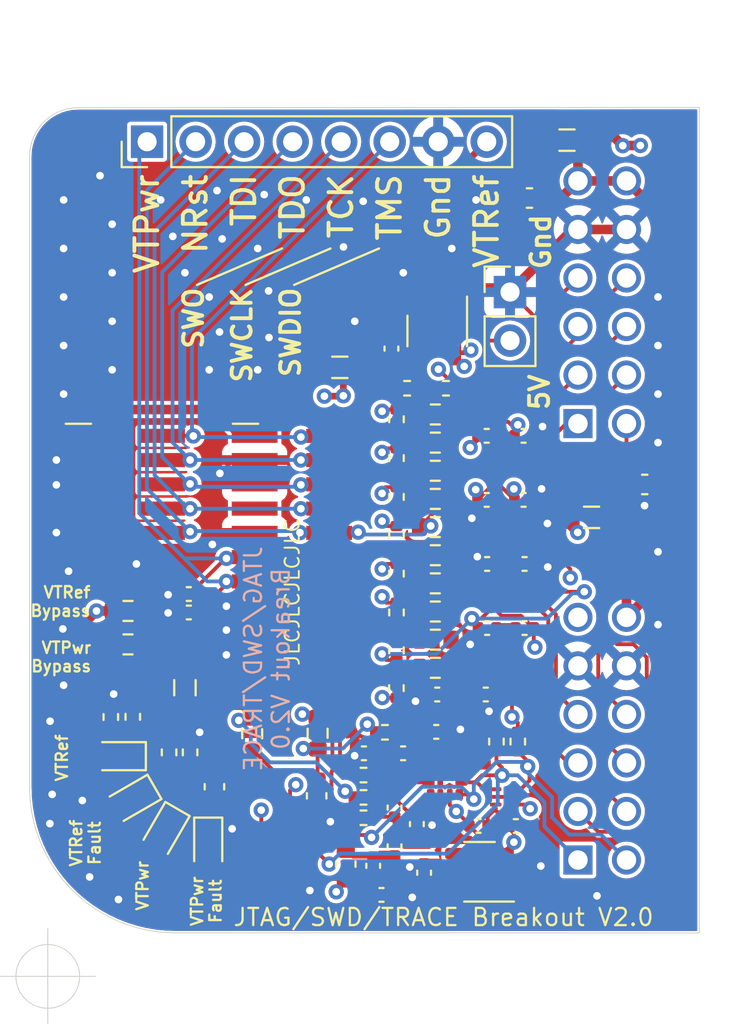
<source format=kicad_pcb>
(kicad_pcb (version 20211014) (generator pcbnew)
  (layers (0 "F.Cu" signal) (1 "In1.Cu" signal) (2 "In2.Cu" signal) (31 "B.Cu" signal) (34 "B.Paste" user) (35 "F.Paste" user) (36 "B.SilkS" user "B.Silkscreen") (37 "F.SilkS" user "F.Silkscreen") (38 "B.Mask" user) (39 "F.Mask" user) (44 "Edge.Cuts" user))
  (net 0 "")
  (net 1 "GND")
  (net 2 "Net-(C4-Pad1)")
  (net 3 "Net-(C5-Pad1)")
  (net 4 "Net-(C6-Pad1)")
  (net 5 "Net-(C6-Pad2)")
  (net 6 "Net-(C11-Pad2)")
  (net 7 "Net-(C10-Pad2)")
  (net 8 "Net-(D1-Pad2)")
  (net 9 "Net-(D2-Pad2)")
  (net 10 "Net-(D3-Pad1)")
  (net 11 "Net-(D1-Pad1)")
  (net 12 "Net-(D2-Pad1)")
  (net 13 "Net-(D4-Pad1)")
  (net 14 "I2C_SCL")
  (net 15 "DEBUG_JTDO")
  (net 16 "DEBUG_JTCK")
  (net 17 "DIR_JTMS")
  (net 18 "DEBUG_JTDI")
  (net 19 "DEBUG_JTMS")
  (net 20 "DIR_JTCK")
  (net 21 "DIR_NRST")
  (net 22 "TRACE_D2")
  (net 23 "TRACE_D0")
  (net 24 "DIR_JTDI")
  (net 25 "TRACE_D3")
  (net 26 "TRACE_D1")
  (net 27 "TRACE_CLK")
  (net 28 "VT_DEBUG_NRST")
  (net 29 "VT_DEBUG_JTDI")
  (net 30 "VT_DEBUG_JTDO")
  (net 31 "VT_DEBUG_JTCK")
  (net 32 "VT_DEBUG_JTMS")
  (net 34 "VT_TRACE_D3")
  (net 35 "VT_TRACE_D2")
  (net 36 "VT_TRACE_D1")
  (net 37 "VT_TRACE_D0")
  (net 38 "VT_TRACE_CLK")
  (net 40 "Net-(R9-Pad2)")
  (net 41 "Net-(R10-Pad2)")
  (net 42 "Net-(R11-Pad2)")
  (net 43 "Net-(R12-Pad2)")
  (net 44 "Net-(R13-Pad2)")
  (net 45 "Net-(R14-Pad2)")
  (net 46 "Net-(R15-Pad2)")
  (net 47 "Net-(R16-Pad2)")
  (net 48 "Net-(R17-Pad2)")
  (net 49 "Net-(R18-Pad2)")
  (net 52 "DEBUG_NRST")
  (net 53 "Net-(C27-Pad2)")
  (net 54 "Net-(J5-Pad8)")
  (net 55 "+3V3")
  (net 56 "V5T")
  (net 57 "VTREF")
  (net 58 "VTPWR")
  (net 59 "I2C_SDA")
  (net 60 "Net-(J3-Pad2)")
  (net 61 "Net-(C2-Pad1)")
  (footprint "Fiducial:Fiducial_0.75mm_Mask1.5mm" (layer "F.Cu") (at 183.1 77.5)
    (fp_text reference "FID2" hide)
    (fp_text value "Fiducial")
  )
  (footprint "bob2:PinHeader_2x05_P1.27mm_Vertical_SMD" (layer "F.Cu") (at 154.3304 55.5244)
    (fp_text reference "J6" hide)
    (fp_text value "DEBUG HEADER")
  )
  (footprint "bob2:pmod_pin_array_6x2" (layer "F.Cu") (at 179.324 45.994 180)
    (fp_text reference "J1" hide)
    (fp_text value "PMOD1")
  )
  (footprint "bob2:PinHeader_2x10_P1.27mm_Vertical_SMD" (layer "F.Cu") (at 163.0796 58.6994)
    (fp_text reference "J7" hide)
    (fp_text value "DEBUG+TRACE HEADER")
  )
  (footprint "Fiducial:Fiducial_0.75mm_Mask1.5mm" (layer "F.Cu") (at 151.8412 37.592)
    (fp_text reference "FID1" hide)
    (fp_text value "Fiducial")
  )
  (footprint "bob2:pmod_pin_array_6x2" (layer "F.Cu") (at 179.324 68.834 180)
    (fp_text reference "J2" hide)
    (fp_text value "PMOD2")
  )
  (footprint "bob2:UQFN-10" (layer "F.Cu") (at 173.6852 51.308 -90)
    (fp_text reference "U5" hide)
    (fp_text value "SN74AVC2T245RSWR")
  )
  (footprint "Connector_PinHeader_2.54mm:PinHeader_1x08_P2.54mm_Vertical" (layer "F.Cu") (at 155.4988 37.592 90)
    (fp_text reference "J5" hide)
    (fp_text value "ORB HEADER")
  )
  (footprint "Capacitor_SMD:C_0402_1005Metric" (layer "F.Cu") (at 173.228 66.5226 180)
    (fp_text reference "C20" hide)
    (fp_text value "100nF")
  )
  (footprint "Resistor_SMD:R_0603_1608Metric" (layer "F.Cu") (at 170.5864 54.8132)
    (fp_text reference "R12" hide)
    (fp_text value "33R")
  )
  (footprint "Resistor_SMD:R_0603_1608Metric" (layer "F.Cu") (at 154.5 63.9)
    (fp_text reference "R32" hide)
    (fp_text value "DNP")
  )
  (footprint "bob2:PQFP-N10" (layer "F.Cu") (at 171.0944 71.12 180)
    (fp_text reference "U10" hide)
    (fp_text value "TLA2024")
  )
  (footprint "Connector_PinHeader_2.54mm:PinHeader_1x02_P2.54mm_Vertical" (layer "F.Cu") (at 174.498 45.461)
    (fp_text reference "J3" hide)
    (fp_text value "5V In")
  )
  (footprint "bob2:DFN-5" (layer "F.Cu") (at 174.244 71.882 180)
    (fp_text reference "U4" hide)
    (fp_text value "M24C02-FMH")
  )
  (footprint "Capacitor_SMD:C_0402_1005Metric" (layer "F.Cu") (at 173.3016 59.69)
    (fp_text reference "C15" hide)
    (fp_text value "100nF")
  )
  (footprint "Capacitor_SMD:C_0402_1005Metric" (layer "F.Cu") (at 173.2788 52.9844 180)
    (fp_text reference "C12" hide)
    (fp_text value "100nF")
  )
  (footprint "Resistor_SMD:R_0402_1005Metric" (layer "F.Cu") (at 168.5544 64.2092 -90)
    (fp_text reference "R29" hide)
    (fp_text value "100K")
  )
  (footprint "Resistor_SMD:R_0402_1005Metric" (layer "F.Cu") (at 166.8272 70.739 180)
    (fp_text reference "R7" hide)
    (fp_text value "1K")
  )
  (footprint "Resistor_SMD:R_0603_1608Metric" (layer "F.Cu") (at 161 68.575 -90)
    (fp_text reference "R4" hide)
    (fp_text value "1R")
  )
  (footprint "Capacitor_SMD:C_0402_1005Metric" (layer "F.Cu") (at 175.2092 56.3372 180)
    (fp_text reference "C24" hide)
    (fp_text value "100nF")
  )
  (footprint "Resistor_SMD:R_0402_1005Metric" (layer "F.Cu") (at 154.75 67.69 90)
    (fp_text reference "R1" hide)
    (fp_text value "39K")
  )
  (footprint "Resistor_SMD:R_0402_1005Metric" (layer "F.Cu") (at 168.5544 62.23 90)
    (fp_text reference "R28" hide)
    (fp_text value "100K")
  )
  (footprint "LED_SMD:LED_0603_1608Metric" (layer "F.Cu") (at 153.95 69.75 180)
    (fp_text reference "D3" hide)
    (fp_text value "Green")
  )
  (footprint "Capacitor_SMD:C_0402_1005Metric" (layer "F.Cu") (at 168.4528 74.4728 90)
    (fp_text reference "C11" hide)
    (fp_text value "470nF")
  )
  (footprint "Inductor_SMD:L_0805_2012Metric" (layer "F.Cu") (at 177.48 37.51)
    (fp_text reference "L2" hide)
    (fp_text value "GZ2012D601TF")
  )
  (footprint "bob2:STQFN-20" (layer "F.Cu") (at 161.384 75.7125 90)
    (fp_text reference "U1" hide)
    (fp_text value "SLG46582_DUAL_LDO")
  )
  (footprint "Resistor_SMD:R_0402_1005Metric" (layer "F.Cu") (at 168.5544 54.1508 90)
    (fp_text reference "R23" hide)
    (fp_text value "100K")
  )
  (footprint "Resistor_SMD:R_0603_1608Metric" (layer "F.Cu") (at 170.5864 56.2864)
    (fp_text reference "R11" hide)
    (fp_text value "33R")
  )
  (footprint "Capacitor_SMD:C_0402_1005Metric" (layer "F.Cu") (at 175.26 59.69 180)
    (fp_text reference "C23" hide)
    (fp_text value "100nF")
  )
  (footprint "Capacitor_SMD:C_0402_1005Metric" (layer "F.Cu") (at 170.688 66.5226)
    (fp_text reference "C19" hide)
    (fp_text value "100nF")
  )
  (footprint "Capacitor_SMD:C_0402_1005Metric" (layer "F.Cu") (at 168.9 69.6)
    (fp_text reference "C6" hide)
    (fp_text value "470nF")
  )
  (footprint "bob2:UQFN-10" (layer "F.Cu") (at 173.6852 58.0136 -90)
    (fp_text reference "U7" hide)
    (fp_text value "SN74AVC2T245RSWR")
  )
  (footprint "Resistor_SMD:R_0603_1608Metric" (layer "F.Cu") (at 170.5864 51.8668)
    (fp_text reference "R10" hide)
    (fp_text value "33R")
  )
  (footprint "Capacitor_SMD:C_0603_1608Metric" (layer "F.Cu") (at 159.025 71.35 -90)
    (fp_text reference "C4" hide)
    (fp_text value "10uF")
  )
  (footprint "Resistor_SMD:R_0402_1005Metric" (layer "F.Cu") (at 168.5544 52.1188 90)
    (fp_text reference "R22" hide)
    (fp_text value "100K")
  )
  (footprint "Resistor_SMD:R_0402_1005Metric" (layer "F.Cu") (at 168.5544 58.2168 90)
    (fp_text reference "R26" hide)
    (fp_text value "100K")
  )
  (footprint "Resistor_SMD:R_0402_1005Metric" (layer "F.Cu") (at 168.55 66.19 -90)
    (fp_text reference "R30" hide)
    (fp_text value "100K")
  )
  (footprint "bob2:UQFN-10" (layer "F.Cu") (at 173.6852 64.7192 -90)
    (fp_text reference "U9" hide)
    (fp_text value "SN74AVC2T245RSWR")
  )
  (footprint "Capacitor_SMD:C_0402_1005Metric" (layer "F.Cu") (at 169.6212 73.3044 90)
    (fp_text reference "C10" hide)
    (fp_text value "470nF")
  )
  (footprint "Capacitor_SMD:C_0402_1005Metric" (layer "F.Cu") (at 157.6832 62.23)
    (fp_text reference "C29" hide)
    (fp_text value "100nF")
  )
  (footprint "Resistor_SMD:R_0402_1005Metric" (layer "F.Cu") (at 167.95 68.5 180)
    (fp_text reference "R6" hide)
    (fp_text value "1K")
  )
  (footprint "Capacitor_SMD:C_0402_1005Metric" (layer "F.Cu") (at 172.85 73.4 180)
    (fp_text reference "C14" hide)
    (fp_text value "100nF")
  )
  (footprint "Capacitor_SMD:C_0402_1005Metric" (layer "F.Cu") (at 175.2092 52.9844 180)
    (fp_text reference "C26" hide)
    (fp_text value "100nF")
  )
  (footprint "Capacitor_SMD:C_0603_1608Metric" (layer "F.Cu") (at 175.515 40.54 180)
    (fp_text reference "C2" hide)
    (fp_text value "10uF")
  )
  (footprint "Package_TO_SOT_SMD:SOT-23-5" (layer "F.Cu") (at 172.9 75.8 180)
    (fp_text reference "U2" hide)
    (fp_text value "MAX40200AUK")
  )
  (footprint "LED_SMD:LED_0603_1608Metric" (layer "F.Cu") (at 154.6 72.1 -150)
    (fp_text reference "D1" hide)
    (fp_text value "Yellow")
  )
  (footprint "Capacitor_SMD:C_0402_1005Metric" (layer "F.Cu") (at 174.8028 73.406 180)
    (fp_text reference "C18" hide)
    (fp_text value "100nF")
  )
  (footprint "Capacitor_SMD:C_0402_1005Metric" (layer "F.Cu") (at 168.29 48.42 -90)
    (fp_text reference "C28" hide)
    (fp_text value "100nF")
  )
  (footprint "Resistor_SMD:R_0402_1005Metric" (layer "F.Cu") (at 173.7868 68.9864 -90)
    (fp_text reference "R33" hide)
    (fp_text value "2K2")
  )
  (footprint "Resistor_SMD:R_0402_1005Metric" (layer "F.Cu") (at 168.5544 60.198 90)
    (fp_text reference "R27" hide)
    (fp_text value "100K")
  )
  (footprint "LED_SMD:LED_0603_1608Metric" (layer "F.Cu") (at 156.35 73.8 -120)
    (fp_text reference "D4" hide)
    (fp_text value "Green")
  )
  (footprint "Resistor_SMD:R_0402_1005Metric" (layer "F.Cu") (at 153.6 67.7 90)
    (fp_text reference "R19" hide)
    (fp_text value "27K")
  )
  (footprint "Resistor_SMD:R_0603_1608Metric" (layer "F.Cu") (at 170.5864 65.1256)
    (fp_text reference "R17" hide)
    (fp_text value "33R")
  )
  (footprint "Resistor_SMD:R_0402_1005Metric" (layer "F.Cu") (at 166.8272 71.9074 180)
    (fp_text reference "R8" hide)
    (fp_text value "1K")
  )
  (footprint "Capacitor_SMD:C_0402_1005Metric" (layer "F.Cu") (at 173.3016 63.0428 180)
    (fp_text reference "C17" hide)
    (fp_text value "100nF")
  )
  (footprint "Resistor_SMD:R_0402_1005Metric" (layer "F.Cu") (at 156.65 69.55 90)
    (fp_text reference "R20" hide)
    (fp_text value "39K")
  )
  (footprint "Resistor_SMD:R_0603_1608Metric" (layer "F.Cu") (at 170.5864 59.2328)
    (fp_text reference "R13" hide)
    (fp_text value "33R")
  )
  (footprint "Resistor_SMD:R_0402_1005Metric" (layer "F.Cu") (at 174.9044 68.9864 -90)
    (fp_text reference "R34" hide)
    (fp_text value "2K2")
  )
  (footprint "Inductor_SMD:L_0805_2012Metric" (layer "F.Cu") (at 165.59 49.4)
    (fp_text reference "L4" hide)
    (fp_text value "GZ2012D601TF")
  )
  (footprint "Resistor_SMD:R_0402_1005Metric" (layer "F.Cu") (at 169.1112 50.4952 180)
    (fp_text reference "R21" hide)
    (fp_text value "100K")
  )
  (footprint "Resistor_SMD:R_0603_1608Metric" (layer "F.Cu") (at 170.5864 62.1792)
    (fp_text reference "R15" hide)
    (fp_text value "33R")
  )
  (footprint "Resistor_SMD:R_0603_1608Metric" (layer "F.Cu") (at 170.5864 60.706)
    (fp_text reference "R16" hide)
    (fp_text value "33R")
  )
  (footprint "LED_SMD:LED_0603_1608Metric" (layer "F.Cu") (at 158.7 74.45 -90)
    (fp_text reference "D2" hide)
    (fp_text value "Yellow")
  )
  (footprint "Capacitor_SMD:C_0603_1608Metric" (layer "F.Cu") (at 181.55 55.53 180)
    (fp_text reference "C3" hide)
    (fp_text value "10uF")
  )
  (footprint "Inductor_SMD:L_0805_2012Metric" (layer "F.Cu") (at 157.48 66.167 90)
    (fp_text reference "L3" hide)
    (fp_text value "GZ2012D601TF")
  )
  (footprint "Resistor_SMD:R_0603_1608Metric" (layer "F.Cu") (at 170.5864 63.6524)
    (fp_text reference "R18" hide)
    (fp_text value "33R")
  )
  (footprint "Resistor_SMD:R_0402_1005Metric" (layer "F.Cu") (at 168.5544 56.1828 90)
    (fp_text reference "R24" hide)
    (fp_text value "100K")
  )
  (footprint "Resistor_SMD:R_0603_1608Metric" (layer "F.Cu") (at 164.425 68.55 -90)
    (fp_text reference "R3" hide)
    (fp_text value "1R")
  )
  (footprint "Resistor_SMD:R_0603_1608Metric" (layer "F.Cu") (at 170.5864 53.34)
    (fp_text reference "R9" hide)
    (fp_text value "33R")
  )
  (footprint "Resistor_SMD:R_0402_1005Metric" (layer "F.Cu") (at 157.75 69.55 90)
    (fp_text reference "R2" hide)
    (fp_text value "39K")
  )
  (footprint "Resistor_SMD:R_0402_1005Metric" (layer "F.Cu") (at 166.8272 72.9742 180)
    (fp_text reference "R5" hide)
    (fp_text value "1K")
  )
  (footprint "bob2:UQFN-10" (layer "F.Cu") (at 173.6852 54.6608 -90)
    (fp_text reference "U6" hide)
    (fp_text value "SN74AVC2T245RSWR")
  )
  (footprint "Capacitor_SMD:C_0402_1005Metric" (layer "F.Cu") (at 168.4528 72.4408 90)
    (fp_text reference "C7" hide)
    (fp_text value "470nF")
  )
  (footprint "Resistor_SMD:R_0603_1608Metric" (layer "F.Cu") (at 154.5 62.15)
    (fp_text reference "R31" hide)
    (fp_text value "DNP")
  )
  (footprint "Capacitor_SMD:C_0402_1005Metric" (layer "F.Cu") (at 166.85 69.6)
    (fp_text reference "C8" hide)
    (fp_text value "470nF")
  )
  (footprint "Capacitor_SMD:C_0402_1005Metric" (layer "F.Cu") (at 167.3352 75.4888 -90)
    (fp_text reference "C25" hide)
    (fp_text value "100nF")
  )
  (footprint "Capacitor_SMD:C_0603_1608Metric" (layer "F.Cu") (at 164.375 71.825 -90)
    (fp_text reference "C5" hide)
    (fp_text value "10uF")
  )
  (footprint "Capacitor_SMD:C_0402_1005Metric" (layer "F.Cu") (at 175.26 63.0428)
    (fp_text reference "C21" hide)
    (fp_text value "100nF")
  )
  (footprint "Capacitor_SMD:C_0402_1005Metric" (layer "F.Cu") (at 170 75.85 -90)
    (fp_text reference "C22" hide)
    (fp_text value "100nF")
  )
  (footprint "bob2:UQFN-10" (layer "F.Cu") (at 173.6852 61.3664 -90)
    (fp_text reference "U8" hide)
    (fp_text value "SN74AVC2T245RSWR")
  )
  (footprint "Capacitor_SMD:C_0402_1005Metric" (layer "F.Cu") (at 167.77 77.01 180)
    (fp_text reference "C16" hide)
    (fp_text value "100nF")
  )
  (footprint "Capacitor_SMD:C_0603_1608Metric" (layer "F.Cu") (at 165.9 75.4 90)
    (fp_text reference "C1" hide)
    (fp_text value "10uF")
  )
  (footprint "Resistor_SMD:R_0603_1608Metric" (layer "F.Cu") (at 170.5864 57.7596)
    (fp_text reference "R14" hide)
    (fp_text value "33R")
  )
  (footprint "Capacitor_SMD:C_0402_1005Metric" (layer "F.Cu") (at 173.2788 56.3372 180)
    (fp_text reference "C13" hide)
    (fp_text value "100nF")
  )
  (footprint "Package_TO_SOT_SMD:SOT-23-5" (layer "F.Cu") (at 170.688 47.498 -90)
    (fp_text reference "U3" hide)
    (fp_text value "MAX40200AUK")
  )
  (footprint "Inductor_SMD:L_0805_2012Metric" (layer "F.Cu") (at 178.7652 57.2516)
    (fp_text reference "L1" hide)
    (fp_text value "GZ2012D601TF")
  )
  (footprint "Capacitor_SMD:C_0402_1005Metric" (layer "F.Cu") (at 157.6832 61.2648)
    (fp_text reference "C27" hide)
    (fp_text value "100nF")
  )
  (footprint "Capacitor_SMD:C_0402_1005Metric" (layer "F.Cu") (at 170.6372 68.4784 180)
    (fp_text reference "C9" hide)
    (fp_text value "470nF")
  )
  (footprint "Resistor_SMD:R_0402_1005Metric" (layer "F.Cu") (at 171.1452 50.4952)
    (fp_text reference "R25" hide)
    (fp_text value "100K")
  )
  (gr_line (start 162.56 43.18) (end 158.115 45.085) (layer "F.SilkS") (width 0.12))
  (gr_line (start 165.1 43.18) (end 160.655 45.085) (layer "F.SilkS") (width 0.12))
  (gr_line (start 167.64 43.18) (end 163.195 45.085) (layer "F.SilkS") (width 0.12))
  (gr_line (start 184.4 35.8) (end 151.892 35.814) (layer "Edge.Cuts") (width 0.05))
  (gr_line (start 184.4 79) (end 184.4 35.8) (layer "Edge.Cuts") (width 0.05))
  (gr_line (start 149.352 38.354) (end 149.352 71.374) (layer "Edge.Cuts") (width 0.05))
  (gr_arc (start 149.352 38.354) (mid 150.095949 36.557949) (end 151.892 35.814) (layer "Edge.Cuts") (width 0.05))
  (gr_line (start 184.4 79) (end 156.972 78.994) (layer "Edge.Cuts") (width 0.05))
  (gr_arc (start 156.972 78.994) (mid 151.583846 76.762154) (end 149.352 71.374) (layer "Edge.Cuts") (width 0.05))
  (gr_text "JTAG/SWD/TRACE\nBreakout V2.0" (at 161.78 64.66 90) (layer "B.SilkS") (effects (font (size 0.9 0.9) (thickness 0.12)) (justify mirror)))
  (gr_text "JTAG/SWD/TRACE Breakout V2.0" (at 171.02 78.18) (layer "F.SilkS") (effects (font (size 0.9 0.9) (thickness 0.12))))
  (gr_text "NRst" (at 158.025264 41.374286 90) (layer "F.SilkS") (effects (font (size 1.2 1.2) (thickness 0.2))))
  (gr_text "VTRef" (at 151.04 69.84 90) (layer "F.SilkS") (effects (font (size 0.6 0.6) (thickness 0.12))))
  (gr_text "VTRef" (at 173.27 41.745715 90) (layer "F.SilkS") (effects (font (size 1.2 1.2) (thickness 0.2))))
  (gr_text "TDO" (at 163.11 41.002858 90) (layer "F.SilkS") (effects (font (size 1.2 1.2) (thickness 0.2))))
  (gr_text "JLCJLCJLCJLC" (at 163.1 61.16 90) (layer "F.SilkS") (effects (font (size 0.75 0.75) (thickness 0.1))))
  (gr_text "Gnd" (at 176.11 42.83 90) (layer "F.SilkS") (effects (font (size 1 1) (thickness 0.2))))
  (gr_text "VTRef\nFault" (at 152.27 74.3 90) (layer "F.SilkS") (effects (font (size 0.6 0.6) (thickness 0.12))))
  (gr_text "TDI" (at 160.57 40.66 90) (layer "F.SilkS") (effects (font (size 1.2 1.2) (thickness 0.2))))
  (gr_text "VTPwr" (at 155.26 76.53 90) (layer "F.SilkS") (effects (font (size 0.6 0.6) (thickness 0.12))))
  (gr_text "SWDIO" (at 163.01 47.568095 90) (layer "F.SilkS") (effects (font (size 1 1) (thickness 0.2))))
  (gr_text "5V" (at 176.04 50.7 90) (layer "F.SilkS") (effects (font (size 1 1) (thickness 0.2))))
  (gr_text "VTPwr\nFault" (at 158.6 77.34 90) (layer "F.SilkS") (effects (font (size 0.6 0.6) (thickness 0.12))))
  (gr_text "VTRef\nBypass" (at 152.6 61.66) (layer "F.SilkS") (effects (font (size 0.6 0.6) (thickness 0.12)) (justify right)))
  (gr_text "SWO" (at 157.93 46.83 90) (layer "F.SilkS") (effects (font (size 1 1) (thickness 0.2))))
  (gr_text "SWCLK\n" (at 160.47 47.710952 90) (layer "F.SilkS") (effects (font (size 1 1) (thickness 0.2))))
  (gr_text "VTPwr\nBypass" (at 152.64 64.56) (layer "F.SilkS") (effects (font (size 0.6 0.6) (thickness 0.12)) (justify right)))
  (gr_text "VTPwr" (at 155.49 41.888572 90) (layer "F.SilkS") (effects (font (size 1.2 1.2) (thickness 0.2))))
  (gr_text "TCK" (at 165.65 40.974286 90) (layer "F.SilkS") (effects (font (size 1.2 1.2) (thickness 0.2))))
  (gr_text "Gnd" (at 170.73 41.002858 90) (layer "F.SilkS") (effects (font (size 1.2 1.2) (thickness 0.2))))
  (gr_text "TMS" (at 168.19 41.031429 90) (layer "F.SilkS") (effects (font (size 1.2 1.2) (thickness 0.2))))
  (target plus (at 150.29942 81.27492) (size 5) (width 0.05) (layer "Edge.Cuts"))
  (segment (start 161.784 76.316) (end 161.65 76.45) (width 0.2) (layer "F.Cu") (net 1))
  (segment (start 175.647511 48.477144) (end 175.647511 46.610511) (width 0.2) (layer "F.Cu") (net 1))
  (segment (start 172.829127 64.3192) (end 172.4109 63.900973) (width 0.2) (layer "F.Cu") (net 1))
  (segment (start 152.3804 58.0644) (end 150.7644 58.0644) (width 0.2) (layer "F.Cu") (net 1))
  (segment (start 172.35 50.65) (end 172.35 50.2) (width 0.2) (layer "F.Cu") (net 1))
  (segment (start 171.350283 45.35) (end 174.387 45.35) (width 0.2) (layer "F.Cu") (net 1))
  (segment (start 173.8852 53.5648) (end 173.91432 53.59392) (width 0.2) (layer "F.Cu") (net 1))
  (segment (start 163.384 76.436) (end 163.17 76.65) (width 0.2) (layer "F.Cu") (net 1))
  (segment (start 156.62 62.23) (end 156.6 62.25) (width 0.2) (layer "F.Cu") (net 1))
  (segment (start 153.6 67.19) (end 154.74 67.19) (width 0.2) (layer "F.Cu") (net 1))
  (segment (start 178.054 42.184) (end 177.775 42.184) (width 0.5) (layer "F.Cu") (net 1))
  (segment (start 173.33 72.908) (end 173.744 72.494) (width 0.2) (layer "F.Cu") (net 1))
  (segment (start 176.399501 72.260256) (end 176.399501 72.839744) (width 0.2) (layer "F.Cu") (net 1))
  (segment (start 173.8852 53.1108) (end 173.7588 52.9844) (width 0.2) (layer "F.Cu") (net 1))
  (segment (start 174.387 45.35) (end 174.498 45.461) (width 0.2) (layer "F.Cu") (net 1))
  (segment (start 173.708 67.092) (end 173.4 67.4) (width 0.2) (layer "F.Cu") (net 1))
  (segment (start 176.399501 72.839744) (end 175.833245 73.406) (width 0.2) (layer "F.Cu") (net 1))
  (segment (start 172.8852 60.9664) (end 172.4164 60.9664) (width 0.2) (layer "F.Cu") (net 1))
  (segment (start 167.3912 74.9528) (end 167.3352 75.0088) (width 0.2) (layer "F.Cu") (net 1))
  (segment (start 173.4852 50.313705) (end 173.974452 49.824452) (width 0.2) (layer "F.Cu") (net 1))
  (segment (start 182.325 55.53) (end 182.325 55.855) (width 0.25) (layer "F.Cu") (net 1))
  (segment (start 170 75.37) (end 169.43 75.37) (width 0.2) (layer "F.Cu") (net 1))
  (segment (start 173.4852 56.8148) (end 173.3 57) (width 0.2) (layer "F.Cu") (net 1))
  (segment (start 173.8852 54.1108) (end 173.8852 53.5648) (width 0.2) (layer "F.Cu") (net 1))
  (segment (start 172.5716 57.3) (end 172.5 57.3) (width 0.2) (layer "F.Cu") (net 1))
  (segment (start 173.4852 64.1192) (end 173.4852 63.3392) (width 0.2) (layer "F.Cu") (net 1))
  (segment (start 173.4852 60.7664) (end 173.4852 60.3352) (width 0.2) (layer "F.Cu") (net 1))
  (segment (start 172.4109 63.900973) (end 172.499027 63.900973) (width 0.2) (layer "F.Cu") (net 1))
  (segment (start 157.2032 61.2648) (end 156.6352 61.2648) (width 0.2) (layer "F.Cu") (net 1))
  (segment (start 159.7056 63.1444) (end 159.7 63.15) (width 0.2) (layer "F.Cu") (net 1))
  (segment (start 159.95 75.3) (end 159.95 74.2) (width 0.2) (layer "F.Cu") (net 1))
  (segment (start 174.78 63.0428) (end 173.7816 63.0428) (width 0.2) (layer "F.Cu") (net 1))
  (segment (start 175.647511 46.610511) (end 174.498 45.461) (width 0.2) (layer "F.Cu") (net 1))
  (segment (start 174.28548 45.24848) (end 174.498 45.461) (width 0.5) (layer "F.Cu") (net 1))
  (segment (start 173.744 72.594) (end 173.744 72.494) (width 0.2) (layer "F.Cu") (net 1))
  (segment (start 175.050499 64.199501) (end 175.050499 63.313299) (width 0.2) (layer "F.Cu") (net 1))
  (segment (start 175.223004 71.88199) (end 175.317589 71.787404) (width 0.2) (layer "F.Cu") (net 1))
  (segment (start 175.399501 74.786216) (end 175.399501 73.522701) (width 0.2) (layer "F.Cu") (net 1))
  (segment (start 173.8852 64.1692) (end 173.8852 63.1464) (width 0.2) (layer "F.Cu") (net 1))
  (segment (start 175.317589 71.787404) (end 175.926649 71.787404) (width 0.2) (layer "F.Cu") (net 1))
  (segment (start 170.688 46.3605) (end 170.688 46.012283) (width 0.2) (layer "F.Cu") (net 1))
  (segment (start 173.4852 57.4136) (end 173.4852 56.8148) (width 0.2) (layer "F.Cu") (net 1))
  (segment (start 159.95 74.2) (end 159.95 73.55) (width 0.2) (layer "F.Cu") (net 1))
  (segment (start 157.2032 62.23) (end 156.62 62.23) (width 0.2) (layer "F.Cu") (net 1))
  (segment (start 172.4164 60.9664) (end 172.25 60.8) (width 0.2) (layer "F.Cu") (net 1))
  (segment (start 175.16195 71.881991) (end 175.223004 71.88199) (width 0.2) (layer "F.Cu") (net 1))
  (segment (start 175.6892 56.3372) (end 175.6892 56.2211) (width 0.25) (layer "F.Cu") (net 1))
  (segment (start 160.929 74.2125) (end 159.9625 74.2125) (width 0.2) (layer "F.Cu") (net 1))
  (segment (start 159.65 61.9) (end 161.104 61.9) (width 0.2) (layer "F.Cu") (net 1))
  (segment (start 154.74 67.19) (end 154.75 67.18) (width 0.2) (layer "F.Cu") (net 1))
  (segment (start 173.2 50.1) (end 173.4852 50.3852) (width 0.2) (layer "F.Cu") (net 1))
  (segment (start 150.7544 54.2544) (end 150.75 54.25) (width 0.2) (layer "F.Cu") (net 1))
  (segment (start 173.4852 60.3352) (end 173.8852 60.3352) (width 0.2) (layer "F.Cu") (net 1))
  (segment (start 173.744 72.494) (end 173.744 72.282) (width 0.2) (layer "F.Cu") (net 1))
  (segment (start 172.8216 59.344736) (end 172.7857 59.308836) (width 0.2) (layer "F.Cu") (net 1))
  (segment (start 160.004686 54.2544) (end 159.309586 54.9495) (width 0.2) (layer "F.Cu") (net 1))
  (segment (start 174.244 71.882) (end 175.161941 71.882) (width 0.2) (layer "F.Cu") (net 1))
  (segment (start 172.8852 57.6136) (end 172.5716 57.3) (width 0.2) (layer "F.Cu") (net 1))
  (segment (start 168.4528 74.9528) (end 167.3912 74.9528) (width 0.2) (layer "F.Cu") (net 1))
  (segment (start 173.708 66.5226) (end 173.708 67.092) (width 0.2) (layer "F.Cu") (net 1))
  (segment (start 173.4852 54.0608) (end 173.4852 53.258) (width 0.2) (layer "F.Cu") (net 1))
  (segment (start 169.9029 66.5226) (end 169.55 66.8755) (width 0.2) (layer "F.Cu") (net 1))
  (segment (start 173.83152 72.68152) (end 173.744 72.594) (width 0.2) (layer "F.Cu") (net 1))
  (segment (start 156.65 69.04) (end 157.75 69.04) (width 0.2) (layer "F.Cu") (net 1))
  (segment (start 159.746212 55.5244) (end 159.072312 54.8505) (width 0.2) (layer "F.Cu") (net 1))
  (segment (start 173.4852 56.6108) (end 173.7588 56.3372) (width 0.2) (layer "F.Cu") (net 1))
  (segment (start 170.8444 70.485) (end 170.8444 68.7512) (width 0.2) (layer "F.Cu") (net 1))
  (segment (start 173.40232 63.65232) (end 173.4852 63.7352) (width 0.2) (layer "F.Cu") (net 1))
  (segment (start 174.4852 60.9664) (end 174.0352 60.9664) (width 0.2) (layer "F.Cu") (net 1))
  (segment (start 172.35 50.2) (end 172.45 50.1) (width 0.2) (layer "F.Cu") (net 1))
  (segment (start 173.8852 60.3352) (end 173.9 60.35) (width 0.2) (layer "F.Cu") (net 1))
  (segment (start 161.1296 58.0644) (end 159.522924 58.0644) (width 0.2) (layer "F.Cu") (net 1))
  (segment (start 175.6892 56.2211) (end 176.15 55.7603) (width 0.25) (layer "F.Cu") (net 1))
  (segment (start 173.4852 56.8148) (end 173.4852 56.6108) (width 0.2) (layer "F.Cu") (net 1))
  (segment (start 166.363263 69.606737) (end 166.363263 69.72598) (width 0.2) (layer "F.Cu") (net 1))
  (segment (start 161.1296 64.4144) (end 159.6856 64.4144) (width 0.2) (layer "F.Cu") (net 1))
  (segment (start 152.3804 55.5244) (end 150.7256 55.5244) (width 0.2) (layer "F.Cu") (net 1))
  (segment (start 160.929 75.375) (end 160.804 75.5) (width 0.2) (layer "F.Cu") (net 1))
  (segment (start 174.0375 75.8) (end 174.385717 75.8) (width 0.2) (layer "F.Cu") (net 1))
  (segment (start 169.991623 73.7844) (end 170.415932 73.360091) (width 0.2) (layer "F.Cu") (net 1))
  (segment (start 153.6 67.19) (end 153.6 66.65) (width 0.2) (layer "F.Cu") (net 1))
  (segment (start 171.7716 68.4784) (end 171.9 68.35) (width 0.2) (layer "F.Cu") (net 1))
  (segment (start 173.91432 53.59392) (end 175.07968 53.59392) (width 0.2) (layer "F.Cu") (net 1))
  (segment (start 169.339671 45.24848) (end 174.28548 45.24848) (width 0.5) (layer "F.Cu") (net 1))
  (segment (start 159.522924 58.0644) (end 158.917917 58.669407) (width 0.2) (layer "F.Cu") (net 1))
  (segment (start 170.208 66.5226) (end 169.9029 66.5226) (width 0.2) (layer "F.Cu") (net 1))
  (segment (start 176.174147 52.499453) (end 176.200515 52.499453) (width 0.2) (layer "F.Cu") (net 1))
  (segment (start 175.2828 73.406) (end 175.2828 73.5828) (width 0.2) (layer "F.Cu") (net 1))
  (segment (start 175.07968 53.59392) (end 175.6892 52.9844) (width 0.2) (layer "F.Cu") (net 1))
  (segment (start 173.4852 60.3352) (end 172.84 59.69) (width 0.2) (layer "F.Cu") (net 1))
  (segment (start 169.25 75.55) (end 169.05 75.55) (width 0.2) (layer "F.Cu") (net 1))
  (segment (start 169.43 75.37) (end 169.25 75.55) (width 0.2) (layer "F.Cu") (net 1))
  (segment (start 167.3352 75.0088) (end 166.2838 75.0088) (width 0.2) (layer "F.Cu") (net 1))
  (segment (start 173.9 60.35) (end 173.9 60.8016) (width 0.2) (layer "F.Cu") (net 1))
  (segment (start 161.65 76.45) (end 161.35 76.45) (width 0.2) (layer "F.Cu") (net 1))
  (segment (start 164.515145 72.6) (end 165.094319 73.179174) (width 0.2) (layer "F.Cu") (net 1))
  (segment (start 172.2 57.2) (end 172.2 57.45) (width 0.2) (layer "F.Cu") (net 1))
  (segment (start 161.35 76.45) (end 161.35 75.7465) (width 0.2) (layer "F.Cu") (net 1))
  (segment (start 173.3 57) (end 172.4 57) (width 0.2) (layer "F.Cu") (net 1))
  (segment (start 172.8852 50.908) (end 172.608 50.908) (width 0.2) (layer "F.Cu") (net 1))
  (segment (start 171.8444 69.2056) (end 171.1172 68.4784) (width 0.2) (layer "F.Cu") (net 1))
  (segment (start 177.775 42.184) (end 174.498 45.461) (width 0.5) (layer "F.Cu") (net 1))
  (segment (start 174.0352 60.9664) (end 173.8852 60.8164) (width 0.2) (layer "F.Cu") (net 1))
  (segment (start 161.35 75.7465) (end 161.384 75.7125) (width 0.2) (layer "F.Cu") (net 1))
  (segment (start 172.608 50.908) (end 172.35 50.65) (width 0.2) (layer "F.Cu") (net 1))
  (segment (start 168.29 46.298151) (end 169.339671 45.24848) (width 0.5) (layer "F.Cu") (net 1))
  (segment (start 171.8444 70.485) (end 171.8444 69.2056) (width 0.2) (layer "F.Cu") (net 1))
  (segment (start 159.9625 74.2125) (end 159.95 74.2) (width 0.2) (layer "F.Cu") (net 1))
  (segment (start 174.300204 49.824452) (end 175.647511 48.477144) (width 0.2) (layer "F.Cu") (net 1))
  (segment (start 182.325 55.855) (end 181.54 56.64) (width 0.25) (layer "F.Cu") (net 1))
  (segment (start 161.35 76.45) (end 160.6 76.45) (width 0.2) (layer "F.Cu") (net 1))
  (segment (start 175.161941 71.882) (end 175.16195 71.881991) (width 0.2) (layer "F.Cu") (net 1))
  (segment (start 175.74 59.69) (end 176.312792 59.69) (width 0.2) (layer "F.Cu") (net 1))
  (segment (start 173.8852 53.5648) (end 173.8852 53.1108) (width 0.2) (layer "F.Cu") (net 1))
  (segment (start 162.984 76.464) (end 163.17 76.65) (width 0.2) (layer "F.Cu") (net 1))
  (segment (start 172.4 59.65) (end 172.7816 59.65) (width 0.2) (layer "F.Cu") (net 1))
  (segment (start 172.8852 54.2608) (end 173.2852 54.2608) (width 0.2) (layer "F.Cu") (net 1))
  (segment (start 174.385717 75.8) (end 175.399501 74.786216) (width 0.2) (layer "F.Cu") (net 1))
  (segment (start 171.1172 68.4784) (end 171.7716 68.4784) (width 0.2) (layer "F.Cu") (net 1))
  (segment (start 174.55832 72.68152) (end 173.83152 72.68152) (width 0.2) (layer "F.Cu") (net 1))
  (segment (start 172.7816 59.65) (end 172.8216 59.69) (width 0.2) (layer "F.Cu") (net 1))
  (segment (start 175.6892 52.9844) (end 176.174147 52.499453) (width 0.2) (layer "F.Cu") (net 1))
  (segment (start 159.025 72.125) (end 159.025 72.625) (width 0.2) (layer "F.Cu") (net 1))
  (segment (start 173.2852 54.2608) (end 173.4852 54.0608) (width 0.2) (layer "F.Cu") (net 1))
  (segment (start 172.25 60.8) (end 172.25 59.8) (width 0.2) (layer "F.Cu") (net 1))
  (segment (start 150.7644 58.0644) (end 150.75 58.05) (width 0.2) (layer "F.Cu") (net 1))
  (segment (start 161.784 75.7125) (end 161.784 76.316) (width 0.2) (layer "F.Cu") (net 1))
  (segment (start 172.84 59.69) (end 172.8216 59.69) (width 0.2) (layer "F.Cu") (net 1))
  (segment (start 172.499027 63.900973) (end 172.74768 63.65232) (width 0.2) (layer "F.Cu") (net 1))
  (segment (start 166.2838 75.0088) (end 165.9 74.625) (width 0.2) (layer "F.Cu") (net 1))
  (segment (start 168.38 77.14) (end 168.25 77.01) (width 0.2) (layer "F.Cu") (net 1))
  (segment (start 173.33 73.4) (end 173.33 72.908) (width 0.2) (layer "F.Cu") (net 1))
  (segment (start 160.15 75.5) (end 159.95 75.3) (width 0.2) (layer "F.Cu") (net 1))
  (segment (start 152.3804 54.2544) (end 150.7544 54.2544) (width 0.2) (layer "F.Cu") (net 1))
  (segment (start 160.804 75.5) (end 160.15 75.5) (width 0.2) (layer "F.Cu") (net 1))
  (segment (start 160.15 76) (end 160.15 75.5) (width 0.2) (layer "F.Cu") (net 1))
  (segment (start 161.1296 54.2544) (end 160.004686 54.2544) (width 0.2) (layer "F.Cu") (net 1))
  (segment (start 157.75 69.04) (end 157.75 69) (width 0.2) (layer "F.Cu") (net 1))
  (segment (start 159.6856 64.4144) (end 159.65 64.45) (width 0.2) (layer "F.Cu") (net 1))
  (segment (start 180.594 42.184) (end 178.054 42.184) (width 0.5) (layer "F.Cu") (net 1))
  (segment (start 175.399501 73.522701) (end 175.2828 73.406) (width 0.2) (layer "F.Cu") (net 1))
  (segment (start 169.05 75.55) (end 168.4528 74.9528) (width 0.2) (layer "F.Cu") (net 1))
  (segment (start 161.104 61.9) (end 161.1296 61.8744) (width 0.2) (layer "F.Cu") (net 1))
  (segment (start 175.050499 63.313299) (end 174.78 63.0428) (width 0.2) (layer "F.Cu") (net 1))
  (segment (start 172.74768 63.65232) (end 173.40232 63.65232) (width 0.2) (layer "F.Cu") (net 1))
  (segment (start 173.9 60.8016) (end 173.8852 60.8164) (width 0.2) (layer "F.Cu") (net 1))
  (segment (start 173.8852 63.1464) (end 173.7816 63.0428) (width 0.2) (layer "F.Cu") (net 1))
  (segment (start 173.4852 50.3852) (end 173.4852 50.313705) (width 0.2) (layer "F.Cu") (net 1))
  (segment (start 163.3 76.78) (end 163.17 76.65) (width 0.2) (layer "F.Cu") (net 1))
  (segment (start 172.3636 57.6136) (end 172.8852 57.6136) (width 0.2) (layer "F.Cu") (net 1))
  (segment (start 169.6212 73.7844) (end 169.991623 73.7844) (width 0.2) (layer "F.Cu") (net 1))
  (segment (start 170.688 46.012283) (end 171.350283 45.35) (width 0.2) (layer "F.Cu") (net 1))
  (segment (start 172.45 50.1) (end 173.2 50.1) (width 0.2) (layer "F.Cu") (net 1))
  (segment (start 173.4852 50.3852) (end 173.4852 50.708) (width 0.2) (layer "F.Cu") (net 1))
  (segment (start 163.384 75.7125) (end 163.384 76.436) (width 0.2) (layer "F.Cu") (net 1))
  (segment (start 170.8444 68.7512) (end 171.1172 68.4784) (width 0.2) (layer "F.Cu") (net 1))
  (segment (start 176.411866 57.6136) (end 176.453987 57.571479) (width 0.2) (layer "F.Cu") (net 1))
  (segment (start 166.37 69.6) (end 166.363263 69.606737) (width 0.2) (layer "F.Cu") (net 1))
  (segment (start 175.833245 73.406) (end 175.2828 73.406) (width 0.2) (layer "F.Cu") (net 1))
  (segment (start 169.38 77.14) (end 168.38 77.14) (width 0.2) (layer "F.Cu") (net 1))
  (segment (start 161.1296 63.1444) (end 159.7056 63.1444) (width 0.2) (layer "F.Cu") (net 1))
  (segment (start 175.2828 73.406) (end 174.55832 72.68152) (width 0.2) (layer "F.Cu") (net 1))
  (segment (start 174.300204 49.824452) (end 173.974452 49.824452) (width 0.2) (layer "F.Cu") (net 1))
  (segment (start 172.8216 59.69) (end 172.8216 59.344736) (width 0.2) (layer "F.Cu") (net 1))
  (segment (start 164.375 72.6) (end 164.515145 72.6) (width 0.2) (layer "F.Cu") (net 1))
  (segment (start 156.6352 61.2648) (end 156.6 61.3) (width 0.2) (layer "F.Cu") (net 1))
  (segment (start 172.2 57.45) (end 172.3636 57.6136) (width 0.2) (layer "F.Cu") (net 1))
  (segment (start 172.4 57) (end 172.2 57.2) (width 0.2) (layer "F.Cu") (net 1))
  (segment (start 175.926649 71.787404) (end 176.399501 72.260256) (width 0.2) (layer "F.Cu") (net 1))
  (segment (start 173.4852 53.258) (end 173.7588 52.9844) (width 0.2) (layer "F.Cu") (net 1))
  (segment (start 160.6 76.45) (end 160.15 76) (width 0.2) (layer "F.Cu") (net 1))
  (segment (start 164.02 76.78) (end 163.3 76.78) (width 0.2) (layer "F.Cu") (net 1))
  (segment (start 174.9308 64.3192) (end 175.050499 64.199501) (width 0.2) (layer "F.Cu") (net 1))
  (segment (start 168.29 47.94) (end 168.29 46.298151) (width 0.5) (layer "F.Cu") (net 1))
  (segment (start 162.984 75.7125) (end 162.984 76.464) (width 0.2) (layer "F.Cu") (net 1))
  (segment (start 173.4852 63.3392) (end 173.7816 63.0428) (width 0.2) (layer "F.Cu") (net 1))
  (segment (start 174.4852 64.3192) (end 174.9308 64.3192) (width 0.2) (layer "F.Cu") (net 1))
  (segment (start 157.75 69) (end 158.25 68.5) (width 0.2) (layer "F.Cu") (net 1))
  (segment (start 161.1296 55.5244) (end 159.746212 55.5244) (width 0.2) (layer "F.Cu") (net 1))
  (segment (start 176.312792 59.69) (end 176.473292 59.8505) (width 0.2) (layer "F.Cu") (net 1))
  (segment (start 159.025 72.625) (end 159.95 73.55) (width 0.2) (layer "F.Cu") (net 1))
  (segment (start 172.25 59.8) (end 172.4 59.65) (width 0.2) (layer "F.Cu") (net 1))
  (segment (start 172.8852 64.3192) (end 172.829127 64.3192) (width 0.2) (layer "F.Cu") (net 1))
  (segment (start 153.6 66.65) (end 153.75 66.5) (width 0.2) (layer "F.Cu") (net 1))
  (segment (start 174.4852 57.6136) (end 176.411866 57.6136) (width 0.2) (layer "F.Cu") (net 1))
  (via (at 153.67 49.53) (size 0.8) (drill 0.4) (layers "F.Cu" "B.Cu") (net 1))
  (via (at 165.094319 73.179174) (size 0.8) (drill 0.4) (layers "F.Cu" "B.Cu") (net 1))
  (via (at 151.39 60.07) (size 0.8) (drill 0.4) (layers "F.Cu" "B.Cu") (net 1))
  (via (at 156.845 42.545) (size 0.8) (drill 0.4) (layers "F.Cu" "B.Cu") (net 1))
  (via (at 161.88 47.84) (size 0.8) (drill 0.4) (layers "F.Cu" "B.Cu") (net 1))
  (via (at 153.035 39.37) (size 0.8) (drill 0.4) (layers "F.Cu" "B.Cu") (net 1))
  (via (at 151.09 63.09) (size 0.8) (drill 0.4) (layers "F.Cu" "B.Cu") (net 1))
  (via (at 159.65 63.15) (size 0.8) (drill 0.4) (layers "F.Cu" "B.Cu") (net 1))
  (via (at 158.25 68.5) (size 0.8) (drill 0.4) (layers "F.Cu" "B.Cu") (net 1))
  (via (at 181.54 56.64) (size 0.8) (drill 0.4) (layers "F.Cu" "B.Cu") (net 1))
  (via (at 173.4 67.4) (size 0.8) (drill 0.4) (layers "F.Cu" "B.Cu") (net 1))
  (via (at 157.48 44.45) (size 0.8) (drill 0.4) (layers "F.Cu" "B.Cu") (net 1))
  (via (at 176.15 55.7603) (size 0.8) (drill 0.4) (layers "F.Cu" "B.Cu") (net 1))
  (via (at 172.7857 59.308836) (size 0.8) (drill 0.4) (layers "F.Cu" "B.Cu") (net 1))
  (via (at 161.63 40.36) (size 0.8) (drill 0.4) (layers "F.Cu" "B.Cu") (net 1))
  (via (at 158.917917 58.669407) (size 0.8) (drill 0.4) (layers "F.Cu" "B.Cu") (net 1))
  (via (at 159.43 42.68) (size 0.8) (drill 0.4) (layers "F.Cu" "B.Cu") (net 1))
  (via (at 151.13 45.72) (size 0.8) (drill 0.4) (layers "F.Cu" "B.Cu") (net 1))
  (via (at 163.83 40.64) (size 0.8) (drill 0.4) (layers "F.Cu" "B.Cu") (net 1))
  (via (at 169.38 77.14) (size 0.8) (drill 0.4) (layers "F.Cu" "B.Cu") (net 1))
  (via (at 171.45 43.18) (size 0.8) (drill 0.4) (layers "F.Cu" "B.Cu") (net 1))
  (via (at 172.72 40.64) (size 0.8) (drill 0.4) (layers "F.Cu" "B.Cu") (net 1))
  (via (at 150.53 71.75) (size 0.8) (drill 0.4) (layers "F.Cu" "B.Cu") (net 1))
  (via (at 182.245 62.865) (size 0.8) (drill 0.4) (layers "F.Cu" "B.Cu") (net 1))
  (via (at 158.75 45.72) (size 0.8) (drill 0.4) (layers "F.Cu" "B.Cu") (net 1))
  (via (at 165.78 43.1) (size 0.8) (drill 0.4) (layers "F.Cu" "B.Cu") (net 1))
  (via (at 161.29 43.18) (size 0.8) (drill 0.4) (layers "F.Cu" "B.Cu") (net 1))
  (via (at 156.6 61.3) (size 0.8) (drill 0.4) (layers "F.Cu" "B.Cu") (net 1))
  (via (at 159.65 64.45) (size 0.8) (drill 0.4) (layers "F.Cu" "B.Cu") (net 1))
  (via (at 150.42 67.92) (size 0.8) (drill 0.4) (layers "F.Cu" "B.Cu") (net 1))
  (via (at 152.11 72.07) (size 0.8) (drill 0.4) (layers "F.Cu" "B.Cu") (net 1))
  (via (at 166.81 40.71) (size 0.8) (drill 0.4) (layers "F.Cu" "B.Cu") (net 1))
  (via (at 182.245 48.26) (size 0.8) (drill 0.4) (layers "F.Cu" "B.Cu") (net 1))
  (via (at 176.473292 59.8505) (size 0.8) (drill 0.4) (layers "F.Cu" "B.Cu") (net 1))
  (via (at 154 77.25) (size 0.8) (drill 0.4) (layers "F.Cu" "B.Cu") (net 1))
  (via (at 159.29 47.55) (size 0.8) (drill 0.4) (layers "F.Cu" "B.Cu") (net 1))
  (via (at 172.4109 63.900973) (size 0.8) (drill 0.4) (layers "F.Cu" "B.Cu") (net 1))
  (via (at 164.02 76.78) (size 0.8) (drill 0.4) (layers "F.Cu" "B.Cu") (net 1))
  (via (at 179.05 77.06) (size 0.8) (drill 0.4) (layers "F.Cu" "B.Cu") (net 1))
  (via (at 151.13 48.26) (size 0.8) (drill 0.4) (layers "F.Cu" "B.Cu") (net 1))
  (via (at 153.67 41.91) (size 0.8) (drill 0.4) (layers "F.Cu" "B.Cu") (net 1))
  (via (at 169.55 66.8755) (size 0.8) (drill 0.4) (layers "F.Cu" "B.Cu") (net 1))
  (via (at 159.16 40.15) (size 0.8) (drill 0.4) (layers "F.Cu" "B.Cu") (net 1))
  (via (at 156.6 62.25) (size 0.8) (drill 0.4) (layers "F.Cu" "B.Cu") (net 1))
  (via (at 151.13 50.8) (size 0.8) (drill 0.4) (layers "F.Cu" "B.Cu") (net 1))
  (via (at 153.67 44.45) (size 0.8) (drill 0.4) (layers "F.Cu" "B.Cu") (net 1))
  (via (at 161.29 49.53) (size 0.8) (drill 0.4) (layers "F.Cu" "B.Cu") (net 1))
  (via (at 170.415932 73.360091) (size 0.8) (drill 0.4) (layers "F.Cu" "B.Cu") (net 1))
  (via (at 182.245 53.34) (size 0.8) (drill 0.4) (layers "F.Cu" "B.Cu") (net 1))
  (via (at 150.75 55.55) (size 0.8) (drill 0.4) (layers "F.Cu" "B.Cu") (net 1))
  (via (at 158.75 49.53) (size 0.8) (drill 0.4) (layers "F.Cu" "B.Cu") (net 1))
  (via (at 159.309586 54.9495) (size 0.8) (drill 0.4) (layers "F.Cu" "B.Cu") (net 1))
  (via (at 154.94 59.69) (size 0.8) (drill 0.4) (layers "F.Cu" "B.Cu") (net 1))
  (via (at 151.13 40.64) (size 0.8) (drill 0.4) (layers "F.Cu" "B.Cu") (net 1))
  (via (at 171.9 68.35) (size 0.8) (drill 0.4) (layers "F.Cu" "B.Cu") (net 1))
  (via (at 169.25 75.55) (size 0.8) (drill 0.4) (layers "F.Cu" "B.Cu") (net 1))
  (via (at 151.13 43.18) (size 0.8) (drill 0.4) (layers "F.Cu" "B.Cu") (net 1))
  (via (at 151.13 66.04) (size 0.8) (drill 0.4) (layers "F.Cu" "B.Cu") (net 1))
  (via (at 182.245 50.8) (size 0.8) (drill 0.4) (layers "F.Cu" "B.Cu") (net 1))
  (via (at 176.453987 57.571479) (size 0.8) (drill 0.4) (layers "F.Cu" "B.Cu") (net 1))
  (via (at 176.200515 52.499453) (size 0.8) (drill 0.4) (layers "F.Cu" "B.Cu") (net 1))
  (via (at 152.49 76.07) (size 0.8) (drill 0.4) (layers "F.Cu" "B.Cu") (net 1))
  (via (at 176.11 75.5) (size 0.8) (drill 0.4) (layers "F.Cu" "B.Cu") (net 1))
  (via (at 150.75 58.05) (size 0.8) (drill 0.4) (layers "F.Cu" "B.Cu") (net 1))
  (via (at 159.95 73.55) (size 0.8) (drill 0.4) (layers "F.Cu" "B.Cu") (net 1))
  (via (at 150.75 54.25) (size 0.8) (drill 0.4) (layers "F.Cu" "B.Cu") (net 1))
  (via (at 153.67 46.99) (size 0.8) (drill 0.4) (layers "F.Cu" "B.Cu") (net 1))
  (via (at 166.37 46.99) (size 0.8) (drill 0.4) (layers "F.Cu" "B.Cu") (net 1))
  (via (at 150.41 73.28) (size 0.8) (drill 0.4) (layers "F.Cu" "B.Cu") (net 1))
  (via (at 172.5 57.3) (size 0.8) (drill 0.4) (layers "F.Cu" "B.Cu") (net 1))
  (via (at 161.86 45.4) (size 0.8) (drill 0.4) (layers "F.Cu" "B.Cu") (net 1))
  (via (at 182.245 45.72) (size 0.8) (drill 0.4) (layers "F.Cu" "B.Cu") (net 1))
  (via (at 153.75 66.5) (size 0.8) (drill 0.4) (layers "F.Cu" "B.Cu") (net 1))
  (via (at 166.363263 69.72598) (size 0.8) (drill 0.4) (layers "F.Cu" "B.Cu") (net 1))
  (via (at 159.65 61.9) (size 0.8) (drill 0.4) (layers "F.Cu" "B.Cu") (net 1))
  (via (at 168.91 44.45) (size 0.8) (drill 0.4) (layers "F.Cu" "B.Cu") (net 1))
  (via (at 182.245 59.055) (size 0.8) (drill 0.4) (layers "F.Cu" "B.Cu") (net 1))
  (via (at 156.21 40.64) (size 0.8) (drill 0.4) (layers "F.Cu" "B.Cu") (net 1))
  (segment (start 166.3172 72.9742) (end 165.893 72.55) (width 0.2) (layer "F.Cu") (net 2))
  (segment (start 165.19952 68.968093) (end 165.19952 70.52452) (width 0.2) (layer "F.Cu") (net 2))
  (segment (start 164.881926 68.650499) (end 163.385256 68.650499) (width 0.2) (layer "F.Cu") (net 2))
  (segment (start 163.385256 68.650499) (end 163.360275 68.67548) (width 0.2) (layer "F.Cu") (net 2))
  (segment (start 165.19952 70.52452) (end 165.14952 70.57452) (width 0.2) (layer "F.Cu") (net 2))
  (segment (start 160.775 73.2635) (end 160.775 69.625) (width 0.2) (layer "F.Cu") (net 2))
  (segment (start 161.384 73.8725) (end 160.775 73.2635) (width 0.2) (layer "F.Cu") (net 2))
  (segment (start 159.825 70.575) (end 161.72452 68.67548) (width 0.2) (layer "F.Cu") (net 2))
  (segment (start 165.4 72.55) (end 165.14952 72.29952) (width 0.2) (layer "F.Cu") (net 2))
  (segment (start 162.184 73.8775) (end 162.184 70.584) (width 0.2) (layer "F.Cu") (net 2))
  (segment (start 163.360275 68.67548) (end 161.72452 68.67548) (width 0.2) (layer "F.Cu") (net 2))
  (segment (start 165.19952 68.968093) (end 164.881926 68.650499) (width 0.2) (layer "F.Cu") (net 2))
  (segment (start 165.14952 72.29952) (end 165.14952 70.57452) (width 0.2) (layer "F.Cu") (net 2))
  (segment (start 159.025 70.575) (end 159.825 70.575) (width 0.2) (layer "F.Cu") (net 2))
  (segment (start 165.893 72.55) (end 165.4 72.55) (width 0.2) (layer "F.Cu") (net 2))
  (segment (start 162.184 70.584) (end 161 69.4) (width 0.2) (layer "F.Cu") (net 2))
  (segment (start 164.375 71.139666) (end 164.375 71.05) (width 0.2) (layer "F.Cu") (net 3))
  (segment (start 167.44 68.49) (end 167.025 68.075) (width 0.2) (layer "F.Cu") (net 3))
  (segment (start 164.425 71) (end 164.375 71.05) (width 0.2) (layer "F.Cu") (net 3))
  (segment (start 167.44 68.5) (end 167.44 68.49) (width 0.2) (layer "F.Cu") (net 3))
  (segment (start 163.384 72.130666) (end 164.375 71.139666) (width 0.2) (layer "F.Cu") (net 3))
  (segment (start 163.8 70.475) (end 164.375 71.05) (width 0.2) (layer "F.Cu") (net 3))
  (segment (start 164.425 69.375) (end 164.425 71) (width 0.2) (layer "F.Cu") (net 3))
  (segment (start 163.675 69.35) (end 164.4 69.35) (width 0.2) (layer "F.Cu") (net 3))
  (segment (start 162.584 73.8775) (end 162.58351 73.87701) (width 0.2) (layer "F.Cu") (net 3))
  (segment (start 162.583511 70.475) (end 163.8 70.475) (width 0.2) (layer "F.Cu") (net 3))
  (segment (start 163.384 73.8775) (end 163.384 72.130666) (width 0.2) (layer "F.Cu") (net 3))
  (segment (start 162.58351 73.87701) (end 162.583511 70.475) (width 0.2) (layer "F.Cu") (net 3))
  (segment (start 164.4 69.35) (end 164.425 69.375) (width 0.2) (layer "F.Cu") (net 3))
  (via (at 163.675 69.35) (size 0.8) (drill 0.4) (layers "F.Cu" "B.Cu") (net 3))
  (via (at 167.025 68.075) (size 0.8) (drill 0.4) (layers "F.Cu" "B.Cu") (net 3))
  (segment (start 167.025 68.075) (end 165.75 69.35) (width 0.2) (layer "B.Cu") (net 3))
  (segment (start 165.75 69.35) (end 163.675 69.35) (width 0.2) (layer "B.Cu") (net 3))
  (segment (start 168.42 69.6) (end 169.94 71.12) (width 0.2) (layer "F.Cu") (net 4))
  (segment (start 167.7182 71.12) (end 170.2344 71.12) (width 0.2) (layer "F.Cu") (net 4))
  (segment (start 167.33 69.6) (end 168.42 69.6) (width 0.2) (layer "F.Cu") (net 4))
  (segment (start 167.7182 71.12) (end 167.3372 70.739) (width 0.2) (layer "F.Cu") (net 4))
  (segment (start 167.3372 69.6072) (end 167.33 69.6) (width 0.2) (layer "F.Cu") (net 4))
  (segment (start 167.3372 70.739) (end 167.3372 69.6072) (width 0.2) (layer "F.Cu") (net 4))
  (segment (start 168.4816 68.4784) (end 168.46 68.5) (width 0.2) (layer "F.Cu") (net 5))
  (segment (start 170.3444 69.8444) (end 170 69.5) (width 0.2) (layer "F.Cu") (net 5))
  (segment (start 170 69.5) (end 169.48 69.5) (width 0.2) (layer "F.Cu") (net 5))
  (segment (start 170.3444 70.485) (end 170.3444 68.6656) (width 0.2) (layer "F.Cu") (net 5))
  (segment (start 169.38 69.42) (end 168.46 68.5) (width 0.2) (layer "F.Cu") (net 5))
  (segment (start 170.1572 68.4784) (end 168.4816 68.4784) (width 0.2) (layer "F.Cu") (net 5))
  (segment (start 170.3444 68.6656) (end 170.1572 68.4784) (width 0.2) (layer "F.Cu") (net 5))
  (segment (start 169.48 69.5) (end 169.38 69.6) (width 0.2) (layer "F.Cu") (net 5))
  (segment (start 169.38 69.6) (end 169.38 69.42) (width 0.2) (layer "F.Cu") (net 5))
  (segment (start 168.4528 72.9208) (end 167.3906 72.9208) (width 0.2) (layer "F.Cu") (net 6))
  (segment (start 170.8444 72.799314) (end 170.8444 71.755) (width 0.2) (layer "F.Cu") (net 6))
  (segment (start 170.265268 74.5) (end 171.115433 73.649835) (width 0.2) (layer "F.Cu") (net 6))
  (segment (start 167.3906 72.9208) (end 167.3372 72.9742) (width 0.2) (layer "F.Cu") (net 6))
  (segment (start 171.115433 73.070347) (end 170.8444 72.799314) (width 0.2) (layer "F.Cu") (net 6))
  (segment (start 168.4528 73.9928) (end 168.96 74.5) (width 0.2) (layer "F.Cu") (net 6))
  (segment (start 168.96 74.5) (end 170.265268 74.5) (width 0.2) (layer "F.Cu") (net 6))
  (segment (start 171.115433 73.649835) (end 171.115433 73.070347) (width 0.2) (layer "F.Cu") (net 6))
  (segment (start 168.4528 73.9928) (end 168.4528 72.9208) (width 0.2) (layer "F.Cu") (net 6))
  (segment (start 170.3444 71.755) (end 170.3444 72.1012) (width 0.2) (layer "F.Cu") (net 7))
  (segment (start 168.4528 71.9608) (end 167.3906 71.9608) (width 0.2) (layer "F.Cu") (net 7))
  (segment (start 169.3164 72.8244) (end 168.4528 71.9608) (width 0.2) (layer "F.Cu") (net 7))
  (segment (start 169.6212 72.8244) (end 169.3164 72.8244) (width 0.2) (layer "F.Cu") (net 7))
  (segment (start 167.3906 71.9608) (end 167.3372 71.9074) (width 0.2) (layer "F.Cu") (net 7))
  (segment (start 170.3444 72.1012) (end 169.6212 72.8244) (width 0.2) (layer "F.Cu") (net 7))
  (segment (start 162.15 77.25) (end 156.9 77.25) (width 0.2) (layer "F.Cu") (net 8))
  (segment (start 153.15 73.05) (end 153.70625 72.49375) (width 0.2) (layer "F.Cu") (net 8))
  (segment (start 153.15 73.5) (end 153.15 73.05) (width 0.2) (layer "F.Cu") (net 8))
  (segment (start 153.70625 72.49375) (end 153.918005 72.49375) (width 0.2) (layer "F.Cu") (net 8))
  (segment (start 162.584 75.7125) (end 162.584 76.816) (width 0.2) (layer "F.Cu") (net 8))
  (segment (start 156.9 77.25) (end 153.15 73.5) (width 0.2) (layer "F.Cu") (net 8))
  (segment (start 162.584 76.816) (end 162.15 77.25) (width 0.2) (layer "F.Cu") (net 8))
  (segment (start 161.985006 76.85) (end 158.9 76.85) (width 0.2) (layer "F.Cu") (net 9))
  (segment (start 162.184 75.7125) (end 162.184 76.651006) (width 0.2) (layer "F.Cu") (net 9))
  (segment (start 158.7 76.65) (end 158.7 75.2375) (width 0.2) (layer "F.Cu") (net 9))
  (segment (start 162.184 76.651006) (end 161.985006 76.85) (width 0.2) (layer "F.Cu") (net 9))
  (segment (start 158.9 76.85) (end 158.7 76.65) (width 0.2) (layer "F.Cu") (net 9))
  (segment (start 154.7375 69.75) (end 154.7375 69.3475) (width 0.2) (layer "F.Cu") (net 10))
  (segment (start 154.7375 69.3475) (end 153.6 68.21) (width 0.2) (layer "F.Cu") (net 10))
  (segment (start 155.281995 71.70625) (end 155.47452 71.513725) (width 0.2) (layer "F.Cu") (net 11))
  (segment (start 155.47452 68.92452) (end 154.75 68.2) (width 0.2) (layer "F.Cu") (net 11))
  (segment (start 155.47452 71.513725) (end 155.47452 68.92452) (width 0.2) (layer "F.Cu") (net 11))
  (segment (start 158.7 73.6625) (end 157.75 72.7125) (width 0.2) (layer "F.Cu") (net 12))
  (segment (start 157.75 72.7125) (end 157.75 70.06) (width 0.2) (layer "F.Cu") (net 12))
  (segment (start 156.74375 70.15375) (end 156.65 70.06) (width 0.2) (layer "F.Cu") (net 13))
  (segment (start 156.74375 73.118005) (end 156.74375 70.15375) (width 0.2) (layer "F.Cu") (net 13))
  (segment (start 172.66 71.12) (end 173.03 70.75) (width 0.2) (layer "F.Cu") (net 14))
  (segment (start 171.9544 71.12) (end 172.66 71.12) (width 0.2) (layer "F.Cu") (net 14))
  (segment (start 174.08 70.75) (end 173.03 70.75) (width 0.2) (layer "F.Cu") (net 14))
  (segment (start 172.77 71.12) (end 173.132 71.482) (width 0.2) (layer "F.Cu") (net 14))
  (segment (start 164.623575 74.9875) (end 165.033109 75.397034) (width 0.2) (layer "F.Cu") (net 14))
  (segment (start 174.08 70.35) (end 173.7868 70.0568) (width 0.2) (layer "F.Cu") (net 14))
  (segment (start 173.7868 70.0568) (end 173.7868 69.4964) (width 0.2) (layer "F.Cu") (net 14))
  (segment (start 163.8015 74.9875) (end 164.623575 74.9875) (width 0.1) (layer "F.Cu") (net 14))
  (segment (start 172.66 71.12) (end 172.77 71.12) (width 0.2) (layer "F.Cu") (net 14))
  (segment (start 173.132 71.482) (end 173.744 71.482) (width 0.2) (layer "F.Cu") (net 14))
  (segment (start 174.08 70.75) (end 174.08 70.35) (width 0.2) (layer "F.Cu") (net 14))
  (via (at 174.08 70.75) (size 0.8) (drill 0.4) (layers "F.Cu" "B.Cu") (net 14))
  (via (at 165.033109 75.397034) (size 0.8) (drill 0.4) (layers "F.Cu" "B.Cu") (net 14))
  (segment (start 173.857917 70.972083) (end 174.08 70.75) (width 0.2) (layer "B.Cu") (net 14))
  (segment (start 178.054 75.184) (end 176.300489 73.430489) (width 0.2) (layer "B.Cu") (net 14))
  (segment (start 176.300489 72.161244) (end 176.300489 72.150489) (width 0.2) (layer "B.Cu") (net 14))
  (segment (start 176.300489 73.430489) (end 176.300489 72.161244) (width 0.2) (layer "B.Cu") (net 14))
  (segment (start 175.52 71.37) (end 174.9 70.75) (width 0.2) (layer "B.Cu") (net 14))
  (segment (start 173.857917 72.242083) (end 171.249501 74.850499) (width 0.2) (layer "B.Cu") (net 14))
  (segment (start 165.579644 74.850499) (end 165.033109 75.397034) (width 0.2) (layer "B.Cu") (net 14))
  (segment (start 173.857917 72.242083) (end 173.857917 70.972083) (width 0.2) (layer "B.Cu") (net 14))
  (segment (start 171.249501 74.850499) (end 165.579644 74.850499) (width 0.2) (layer "B.Cu") (net 14))
  (segment (start 174.9 70.75) (end 174.08 70.75) (width 0.2) (layer "B.Cu") (net 14))
  (segment (start 176.300489 72.150489) (end 175.52 71.37) (width 0.2) (layer "B.Cu") (net 14))
  (segment (start 179.132978 48.725022) (end 180.594 47.264) (width 0.2) (layer "F.Cu") (net 15))
  (segment (start 178.69 53.76) (end 176.891976 53.76) (width 0.2) (layer "F.Cu") (net 15))
  (segment (start 175.694774 54.650988) (end 176.000988 54.650988) (width 0.2) (layer "F.Cu") (net 15))
  (segment (start 176.891976 53.76) (end 176.000988 54.650988) (width 0.2) (layer "F.Cu") (net 15))
  (segment (start 179.132978 53.317022) (end 179.132978 48.725022) (width 0.2) (layer "F.Cu") (net 15))
  (segment (start 178.69 53.76) (end 179.132978 53.317022) (width 0.2) (layer "F.Cu") (net 15))
  (segment (start 174.4852 54.6608) (end 175.684961 54.6608) (width 0.2) (layer "F.Cu") (net 15))
  (segment (start 175.684961 54.6608) (end 175.694774 54.650988) (width 0.2) (layer "F.Cu") (net 15))
  (segment (start 176.15048 51.70752) (end 174.48568 51.70752) (width 0.2) (layer "F.Cu") (net 16))
  (segment (start 178.054 49.804) (end 176.15048 51.70752) (width 0.2) (layer "F.Cu") (net 16))
  (segment (start 174.48568 51.70752) (end 174.4852 51.708) (width 0.2) (layer "F.Cu") (net 16))
  (segment (start 173.8852 50.713705) (end 174.374943 50.223962) (width 0.2) (layer "F.Cu") (net 17))
  (segment (start 176.992489 47.922504) (end 176.992489 45.785511) (width 0.2) (layer "F.Cu") (net 17))
  (segment (start 174.691031 50.223962) (end 176.992489 47.922504) (width 0.2) (layer "F.Cu") (net 17))
  (segment (start 176.992489 45.785511) (end 178.054 44.724) (width 0.2) (layer "F.Cu") (net 17))
  (segment (start 173.8852 50.758) (end 173.8852 50.713705) (width 0.2) (layer "F.Cu") (net 17))
  (segment (start 174.374943 50.223962) (end 174.691031 50.223962) (width 0.2) (layer "F.Cu") (net 17))
  (segment (start 176.390198 55.0608) (end 177.208501 54.242497) (width 0.2) (layer "F.Cu") (net 18))
  (segment (start 179.532489 50.865511) (end 180.594 49.804) (width 0.2) (layer "F.Cu") (net 18))
  (segment (start 179.532489 53.632505) (end 179.532489 50.865511) (width 0.2) (layer "F.Cu") (net 18))
  (segment (start 174.4852 55.0608) (end 176.390198 55.0608) (width 0.2) (layer "F.Cu") (net 18))
  (segment (start 177.208501 54.242497) (end 178.922497 54.242497) (width 0.2) (layer "F.Cu") (net 18))
  (segment (start 178.922497 54.242497) (end 179.532489 53.632505) (width 0.2) (layer "F.Cu") (net 18))
  (segment (start 176.299511 50.715482) (end 176.299511 50.057285) (width 0.2) (layer "F.Cu") (net 19))
  (segment (start 179.532489 45.785511) (end 180.594 44.724) (width 0.2) (layer "F.Cu") (net 19))
  (segment (start 175.706993 51.308) (end 176.299511 50.715482) (width 0.2) (layer "F.Cu") (net 19))
  (segment (start 179.532489 47.317511) (end 179.532489 45.785511) (width 0.2) (layer "F.Cu") (net 19))
  (segment (start 178.524489 48.325511) (end 179.532489 47.317511) (width 0.2) (layer "F.Cu") (net 19))
  (segment (start 178.031285 48.325511) (end 178.524489 48.325511) (width 0.2) (layer "F.Cu") (net 19))
  (segment (start 176.299511 50.057285) (end 178.031285 48.325511) (width 0.2) (layer "F.Cu") (net 19))
  (segment (start 174.4852 51.308) (end 175.706993 51.308) (width 0.2) (layer "F.Cu") (net 19))
  (segment (start 175.542 50.908) (end 174.4852 50.908) (width 0.2) (layer "F.Cu") (net 20))
  (segment (start 178.054 47.264) (end 178.054 47.737802) (width 0.2) (layer "F.Cu") (net 20))
  (segment (start 175.75 50.041802) (end 175.75 50.7) (width 0.2) (layer "F.Cu") (net 20))
  (segment (start 178.054 47.737802) (end 175.75 50.041802) (width 0.2) (layer "F.Cu") (net 20))
  (segment (start 175.75 50.7) (end 175.542 50.908) (width 0.2) (layer "F.Cu") (net 20))
  (segment (start 173.9 57.05) (end 173.8852 57.0648) (width 0.2) (layer "F.Cu") (net 21))
  (segment (start 175.95 57.05) (end 173.9 57.05) (width 0.2) (layer "F.Cu") (net 21))
  (segment (start 176.95 56.05) (end 175.95 57.05) (width 0.2) (layer "F.Cu") (net 21))
  (segment (start 180.594 53.795306) (end 178.339306 56.05) (width 0.2) (layer "F.Cu") (net 21))
  (segment (start 180.594 52.344) (end 180.594 53.795306) (width 0.2) (layer "F.Cu") (net 21))
  (segment (start 173.8852 57.0648) (end 173.8852 57.4636) (width 0.2) (layer "F.Cu") (net 21))
  (segment (start 178.339306 56.05) (end 176.95 56.05) (width 0.2) (layer "F.Cu") (net 21))
  (segment (start 180.594 72.644) (end 179.115511 71.165511) (width 0.2) (layer "F.Cu") (net 22))
  (segment (start 175.85 67.835006) (end 175.85 65.4) (width 0.2) (layer "F.Cu") (net 22))
  (segment (start 175.1692 64.7192) (end 174.4852 64.7192) (width 0.2) (layer "F.Cu") (net 22))
  (segment (start 179.115511 69.664307) (end 178.493693 69.042489) (width 0.2) (layer "F.Cu") (net 22))
  (segment (start 178.493693 69.042489) (end 177.057483 69.042489) (width 0.2) (layer "F.Cu") (net 22))
  (segment (start 175.85 65.4) (end 175.1692 64.7192) (width 0.2) (layer "F.Cu") (net 22))
  (segment (start 177.057483 69.042489) (end 175.85 67.835006) (width 0.2) (layer "F.Cu") (net 22))
  (segment (start 179.115511 71.165511) (end 179.115511 69.664307) (width 0.2) (layer "F.Cu") (net 22))
  (segment (start 175.9364 61.3664) (end 174.4852 61.3664) (width 0.2) (layer "F.Cu") (net 23))
  (segment (start 174.995664 61.366889) (end 174.995655 61.36688) (width 0.2) (layer "F.Cu") (net 23))
  (segment (start 178.054 67.564) (end 176.899011 66.409011) (width 0.2) (layer "F.Cu") (net 23))
  (segment (start 174.995655 61.36688) (end 174.35 61.36688) (width 0.2) (layer "F.Cu") (net 23))
  (segment (start 176.899011 62.329011) (end 175.9364 61.3664) (width 0.2) (layer "F.Cu") (net 23))
  (segment (start 175.560658 61.366889) (end 174.995664 61.366889) (width 0.2) (layer "F.Cu") (net 23))
  (segment (start 176.899011 66.409011) (end 176.899011 62.329011) (width 0.2) (layer "F.Cu") (net 23))
  (segment (start 175.561406 61.3664) (end 174.4852 61.3664) (width 0.2) (layer "F.Cu") (net 23))
  (segment (start 177.436769 52.344) (end 175.519969 54.2608) (width 0.2) (layer "F.Cu") (net 24))
  (segment (start 178.054 52.344) (end 177.436769 52.344) (width 0.2) (layer "F.Cu") (net 24))
  (segment (start 175.519969 54.2608) (end 174.4852 54.2608) (width 0.2) (layer "F.Cu") (net 24))
  (segment (start 178.054 70.104) (end 177.554 70.104) (width 0.2) (layer "F.Cu") (net 25))
  (segment (start 177.554 70.104) (end 175.35 67.9) (width 0.2) (layer "F.Cu") (net 25))
  (segment (start 175.35 67.9) (end 175.35 65.5) (width 0.2) (layer "F.Cu") (net 25))
  (segment (start 175.35 65.5) (end 174.9692 65.1192) (width 0.2) (layer "F.Cu") (net 25))
  (segment (start 174.9692 65.1192) (end 174.4852 65.1192) (width 0.2) (layer "F.Cu") (net 25))
  (segment (start 179.115511 68.625511) (end 177.614307 68.625511) (width 0.2) (layer "F.Cu") (net 26))
  (segment (start 176.499501 67.510705) (end 176.499501 62.529501) (width 0.2) (layer "F.Cu") (net 26))
  (segment (start 175.7364 61.7664) (end 174.4852 61.7664) (width 0.2) (layer "F.Cu") (net 26))
  (segment (start 176.499501 62.529501) (end 175.7364 61.7664) (width 0.2) (layer "F.Cu") (net 26))
  (segment (start 177.614307 68.625511) (end 176.499501 67.510705) (width 0.2) (layer "F.Cu") (net 26))
  (segment (start 180.594 70.104) (end 179.115511 68.625511) (width 0.2) (layer "F.Cu") (net 26))
  (segment (start 180.594 67.564) (end 179.115511 66.085511) (width 0.2) (layer "F.Cu") (net 27))
  (segment (start 179.115511 60.690517) (end 177.105962 58.680969) (width 0.2) (layer "F.Cu") (net 27))
  (segment (start 175.6636 58.4136) (end 174.4852 58.4136) (width 0.2) (layer "F.Cu") (net 27))
  (segment (start 177.105962 58.680969) (end 175.930969 58.680969) (width 0.2) (layer "F.Cu") (net 27))
  (segment (start 175.930969 58.680969) (end 175.6636 58.4136) (width 0.2) (layer "F.Cu") (net 27))
  (segment (start 179.115511 66.085511) (end 179.115511 60.690517) (width 0.2) (layer "F.Cu") (net 27))
  (segment (start 165.0296 58.0644) (end 166.5129 58.0644) (width 0.2) (layer "F.Cu") (net 28))
  (segment (start 156.3448 58) (end 156.2804 58.0644) (width 0.2) (layer "F.Cu") (net 28))
  (segment (start 169.7614 57.7596) (end 170.2904 57.7596) (width 0.2) (layer "F.Cu") (net 28))
  (segment (start 170.6352 56.8858) (end 170.6352 50.4952) (width 0.2) (layer "F.Cu") (net 28))
  (segment (start 169.7614 57.7596) (end 170.6352 56.8858) (width 0.2) (layer "F.Cu") (net 28))
  (segment (start 157.75 58) (end 156.3448 58) (width 0.2) (layer "F.Cu") (net 28))
  (segment (start 163.5144 58.0644) (end 163.5 58.05) (width 0.2) (layer "F.Cu") (net 28))
  (segment (start 166.5129 58.0644) (end 166.55 58.0273) (width 0.2) (layer "F.Cu") (net 28))
  (segment (start 165.0296 58.0644) (end 163.5144 58.0644) (width 0.2) (layer "F.Cu") (net 28))
  (segment (start 170.2904 57.7596) (end 170.35 57.7) (width 0.2) (layer "F.Cu") (net 28))
  (via (at 163.5 58.05) (size 0.8) (drill 0.4) (layers "F.Cu" "B.Cu") (net 28))
  (via (at 170.35 57.7) (size 0.8) (drill 0.4) (layers "F.Cu" "B.Cu") (net 28))
  (via (at 166.55 58.0273) (size 0.8) (drill 0.4) (layers "F.Cu" "B.Cu") (net 28))
  (via (at 157.75 58) (size 0.8) (drill 0.4) (layers "F.Cu" "B.Cu") (net 28))
  (segment (start 157.780094 57.969906) (end 157.75 58) (width 0.2) (layer "B.Cu") (net 28))
  (segment (start 163.5 58.05) (end 163.419906 57.969906) (width 0.2) (layer "B.Cu") (net 28))
  (segment (start 170.35 57.7) (end 169.900499 58.149501) (width 0.2) (layer "B.Cu") (net 28))
  (segment (start 155.491474 55.741474) (end 155.491474 40.139326) (width 0.2) (layer "B.Cu") (net 28))
  (segment (start 157.75 58) (end 155.491474 55.741474) (width 0.2) (layer "B.Cu") (net 28))
  (segment (start 163.419906 57.969906) (end 157.780094 57.969906) (width 0.2) (layer "B.Cu") (net 28))
  (segment (start 155.491474 40.139326) (end 158.0388 37.592) (width 0.2) (layer "B.Cu") (net 28))
  (segment (start 166.672201 58.149501) (end 166.55 58.0273) (width 0.2) (layer "B.Cu") (net 28))
  (segment (start 169.900499 58.149501) (end 166.672201 58.149501) (width 0.2) (layer "B.Cu") (net 28))
  (segment (start 168.547699 56.699501) (end 165.124499 56.699501) (width 0.2) (layer "F.Cu") (net 29))
  (segment (start 165.0296 56.7944) (end 163.5556 56.7944) (width 0.2) (layer "F.Cu") (net 29))
  (segment (start 163.5556 56.7944) (end 163.55 56.8) (width 0.2) (layer "F.Cu") (net 29))
  (segment (start 169.7614 56.2864) (end 168.9608 56.2864) (width 0.2) (layer "F.Cu") (net 29))
  (segment (start 168.9608 56.2864) (end 168.5544 56.6928) (width 0.2) (layer "F.Cu") (net 29))
  (segment (start 156.286 56.8) (end 156.2804 56.7944) (width 0.2) (layer "F.Cu") (net 29))
  (segment (start 157.65 56.8) (end 156.286 56.8) (width 0.2) (layer "F.Cu") (net 29))
  (segment (start 165.124499 56.699501) (end 165.0296 56.7944) (width 0.2) (layer "F.Cu") (net 29))
  (segment (start 168.5544 56.6928) (end 168.547699 56.699501) (width 0.2) (layer "F.Cu") (net 29))
  (via (at 157.75 56.8) (size 0.8) (drill 0.4) (layers "F.Cu" "B.Cu") (net 29))
  (via (at 163.55 56.8) (size 0.8) (drill 0.4) (layers "F.Cu" "B.Cu") (net 29))
  (segment (start 155.89098 55.04098) (end 155.89098 42.27982) (width 0.2) (layer "B.Cu") (net 29))
  (segment (start 155.89098 42.27982) (end 160.5788 37.592) (width 0.2) (layer "B.Cu") (net 29))
  (segment (start 157.65 56.8) (end 155.89098 55.04098) (width 0.2) (layer "B.Cu") (net 29))
  (segment (start 163.55 56.8) (end 157.65 56.8) (width 0.2) (layer "B.Cu") (net 29))
  (segment (start 157.7 55.5) (end 156.3048 55.5) (width 0.2) (layer "F.Cu") (net 30))
  (segment (start 168.5544 54.6608) (end 167.2992 54.6608) (width 0.2) (layer "F.Cu") (net 30))
  (segment (start 168.7068 54.8132) (end 168.5544 54.6608) (width 0.2) (layer "F.Cu") (net 30))
  (segment (start 166.4356 55.5244) (end 167.2992 54.6608) (width 0.2) (layer "F.Cu") (net 30))
  (segment (start 165.0296 55.5244) (end 163.5756 55.5244) (width 0.2) (layer "F.Cu") (net 30))
  (segment (start 165.0296 55.5244) (end 166.4356 55.5244) (width 0.2) (layer "F.Cu") (net 30))
  (segment (start 156.3048 55.5) (end 156.2804 55.5244) (width 0.2) (layer "F.Cu") (net 30))
  (segment (start 163.5756 55.5244) (end 163.55 55.55) (width 0.2) (layer "F.Cu") (net 30))
  (segment (start 169.7614 54.8132) (end 168.7068 54.8132) (width 0.2) (layer "F.Cu") (net 30))
  (via (at 157.75 55.5) (size 0.8) (drill 0.4) (layers "F.Cu" "B.Cu") (net 30))
  (via (at 163.55 55.55) (size 0.8) (drill 0.4) (layers "F.Cu" "B.Cu") (net 30))
  (segment (start 157.849001 55.649001) (end 156.29049 54.09049) (width 0.2) (layer "B.Cu") (net 30))
  (segment (start 156.29049 44.42031) (end 163.1188 37.592) (width 0.2) (layer "B.Cu") (net 30))
  (segment (start 156.29049 54.09049) (end 156.29049 44.42031) (width 0.2) (layer "B.Cu") (net 30))
  (segment (start 163.55 55.55) (end 163.450999 55.649001) (width 0.2) (layer "B.Cu") (net 30))
  (segment (start 163.450999 55.649001) (end 157.849001 55.649001) (width 0.2) (layer "B.Cu") (net 30))
  (segment (start 167.4852 52.6288) (end 168.5544 52.6288) (width 0.2) (layer "F.Cu") (net 31))
  (segment (start 163.5544 54.2544) (end 163.55 54.25) (width 0.2) (layer "F.Cu") (net 31))
  (segment (start 156.2848 54.25) (end 156.2804 54.2544) (width 0.2) (layer "F.Cu") (net 31))
  (segment (start 165.0296 54.2544) (end 163.5544 54.2544) (width 0.2) (layer "F.Cu") (net 31))
  (segment (start 166.972 53.748) (end 166.972 53.142) (width 0.2) (layer "F.Cu") (net 31))
  (segment (start 166.4656 54.2544) (end 166.972 53.748) (width 0.2) (layer "F.Cu") (net 31))
  (segment (start 169.2656 53.34) (end 168.5544 52.6288) (width 0.2) (layer "F.Cu") (net 31))
  (segment (start 165.0296 54.2544) (end 166.4656 54.2544) (width 0.2) (layer "F.Cu") (net 31))
  (segment (start 166.972 53.142) (end 167.4852 52.6288) (width 0.2) (layer "F.Cu") (net 31))
  (segment (start 169.7614 53.34) (end 169.2656 53.34) (width 0.2) (layer "F.Cu") (net 31))
  (segment (start 157.8 54.25) (end 156.2848 54.25) (width 0.2) (layer "F.Cu") (net 31))
  (via (at 157.75 54.25) (size 0.8) (drill 0.4) (layers "F.Cu" "B.Cu") (net 31))
  (via (at 163.55 54.25) (size 0.8) (drill 0.4) (layers "F.Cu" "B.Cu") (net 31))
  (segment (start 157.75 54.25) (end 156.83 53.33) (width 0.2) (layer "B.Cu") (net 31))
  (segment (start 156.83 53.33) (end 156.83 46.4208) (width 0.2) (layer "B.Cu") (net 31))
  (segment (start 163.55 54.25) (end 157.75 54.25) (width 0.2) (layer "B.Cu") (net 31))
  (segment (start 156.83 46.4208) (end 165.6588 37.592) (width 0.2) (layer "B.Cu") (net 31))
  (segment (start 168.13832 49.87568) (end 168.916184 49.87568) (width 0.2) (layer "F.Cu") (net 32))
  (segment (start 166.87 52.51) (end 166.87 51.144) (width 0.2) (layer "F.Cu") (net 32))
  (segment (start 157.909838 52.9844) (end 157.9195 52.994062) (width 0.2) (layer "F.Cu") (net 32))
  (segment (start 168.916184 49.87568) (end 169.7614 50.720896) (width 0.2) (layer "F.Cu") (net 32))
  (segment (start 163.6156 52.9844) (end 163.55 53.05) (width 0.2) (layer "F.Cu") (net 32))
  (segment (start 165.0296 52.9844) (end 166.3956 52.9844) (width 0.2) (layer "F.Cu") (net 32))
  (segment (start 169.7614 50.720896) (end 169.7614 51.8668) (width 0.2) (layer "F.Cu") (net 32))
  (segment (start 166.3956 52.9844) (end 166.87 52.51) (width 0.2) (layer "F.Cu") (net 32))
  (segment (start 166.87 51.144) (end 168.13832 49.87568) (width 0.2) (layer "F.Cu") (net 32))
  (segment (start 156.2804 52.9844) (end 157.909838 52.9844) (width 0.2) (layer "F.Cu") (net 32))
  (segment (start 165.0296 52.9844) (end 163.6156 52.9844) (width 0.2) (layer "F.Cu") (net 32))
  (via (at 157.9195 52.994062) (size 0.8) (drill 0.4) (layers "F.Cu" "B.Cu") (net 32))
  (via (at 163.55 53.05) (size 0.8) (drill 0.4) (layers "F.Cu" "B.Cu") (net 32))
  (segment (start 157.8495 47.9413) (end 157.8495 52.9995) (width 0.2) (layer "B.Cu") (net 32))
  (segment (start 168.1988 37.592) (end 157.8495 47.9413) (width 0.2) (layer "B.Cu") (net 32))
  (segment (start 163.55 53.05) (end 157.9 53.05) (width 0.2) (layer "B.Cu") (net 32))
  (segment (start 157.9 53.05) (end 157.8495 52.9995) (width 0.2) (layer "B.Cu") (net 32))
  (segment (start 169.7614 65.1256) (end 169.1044 65.1256) (width 0.2) (layer "F.Cu") (net 34))
  (segment (start 165.0296 64.4144) (end 166.7344 64.4144) (width 0.2) (layer "F.Cu") (net 34))
  (segment (start 166.7344 64.4144) (end 167.62 65.3) (width 0.2) (layer "F.Cu") (net 34))
  (segment (start 169.1044 65.1256) (end 168.55 65.68) (width 0.2) (layer "F.Cu") (net 34))
  (segment (start 168.55 65.68) (end 168.17 65.3) (width 0.2) (layer "F.Cu") (net 34))
  (segment (start 168.17 65.3) (end 167.62 65.3) (width 0.2) (layer "F.Cu") (net 34))
  (segment (start 169.7614 63.6524) (end 168.6012 63.6524) (width 0.2) (layer "F.Cu") (net 35))
  (segment (start 167.9996 63.1444) (end 165.0296 63.1444) (width 0.2) (layer "F.Cu") (net 35))
  (segment (start 168.6012 63.6524) (end 168.5544 63.6992) (width 0.2) (layer "F.Cu") (net 35))
  (segment (start 168.5544 63.6992) (end 167.9996 63.1444) (width 0.2) (layer "F.Cu") (net 35))
  (segment (start 166.5444 61.8744) (end 167.41 62.74) (width 0.2) (layer "F.Cu") (net 36))
  (segment (start 168.5544 62.74) (end 167.41 62.74) (width 0.2) (layer "F.Cu") (net 36))
  (segment (start 169.7614 62.1792) (end 169.1152 62.1792) (width 0.2) (layer "F.Cu") (net 36))
  (segment (start 165.0296 61.8744) (end 166.5444 61.8744) (width 0.2) (layer "F.Cu") (net 36))
  (segment (start 169.1152 62.1792) (end 168.5544 62.74) (width 0.2) (layer "F.Cu") (net 36))
  (segment (start 168.5564 60.706) (end 168.5544 60.708) (width 0.2) (layer "F.Cu") (net 37))
  (segment (start 169.7614 60.706) (end 168.5564 60.706) (width 0.2) (layer "F.Cu") (net 37))
  (segment (start 168.5544 60.708) (end 165.1332 60.708) (width 0.2) (layer "F.Cu") (net 37))
  (segment (start 165.1332 60.708) (end 165.0296 60.6044) (width 0.2) (layer "F.Cu") (net 37))
  (segment (start 165.0296 59.3344) (end 166.5956 59.3344) (width 0.2) (layer "F.Cu") (net 38))
  (segment (start 169.7614 59.2328) (end 169.0604 59.2328) (width 0.2) (layer "F.Cu") (net 38))
  (segment (start 169.0604 59.2328) (end 168.5544 58.7268) (width 0.2) (layer "F.Cu") (net 38))
  (segment (start 166.5956 59.3344) (end 167.2032 58.7268) (width 0.2) (layer "F.Cu") (net 38))
  (segment (start 168.5544 58.7268) (end 167.2032 58.7268) (width 0.2) (layer "F.Cu") (net 38))
  (segment (start 172.8852 51.708) (end 172.751627 51.708) (width 0.2) (layer "F.Cu") (net 40))
  (segment (start 172.751627 51.708) (end 171.4114 53.048227) (width 0.2) (layer "F.Cu") (net 40))
  (segment (start 171.4114 53.048227) (end 171.4114 53.34) (width 0.2) (layer "F.Cu") (net 40))
  (segment (start 171.9702 51.308) (end 171.4114 51.8668) (width 0.2) (layer "F.Cu") (net 41))
  (segment (start 172.8852 51.308) (end 171.9702 51.308) (width 0.2) (layer "F.Cu") (net 41))
  (segment (start 171.4114 56.099355) (end 171.4114 56.2864) (width 0.2) (layer "F.Cu") (net 42))
  (segment (start 172.8852 55.0608) (end 172.449955 55.0608) (width 0.2) (layer "F.Cu") (net 42))
  (segment (start 172.449955 55.0608) (end 171.4114 56.099355) (width 0.2) (layer "F.Cu") (net 42))
  (segment (start 171.5638 54.6608) (end 171.4114 54.8132) (width 0.2) (layer "F.Cu") (net 43))
  (segment (start 172.8852 54.6608) (end 171.5638 54.6608) (width 0.2) (layer "F.Cu") (net 43))
  (segment (start 172.8852 58.4136) (end 172.2306 58.4136) (width 0.2) (layer "F.Cu") (net 44))
  (segment (start 172.2306 58.4136) (end 171.4114 59.2328) (width 0.2) (layer "F.Cu") (net 44))
  (segment (start 171.6654 58.0136) (end 171.4114 57.7596) (width 0.2) (layer "F.Cu") (net 45))
  (segment (start 172.8852 58.0136) (end 171.6654 58.0136) (width 0.2) (layer "F.Cu") (net 45))
  (segment (start 172.8852 61.7664) (end 171.8242 61.7664) (width 0.2) (layer "F.Cu") (net 46))
  (segment (start 171.8242 61.7664) (end 171.4114 62.1792) (width 0.2) (layer "F.Cu") (net 46))
  (segment (start 172.8852 61.3664) (end 172.0718 61.3664) (width 0.2) (layer "F.Cu") (net 47))
  (segment (start 172.0718 61.3664) (end 171.4114 60.706) (width 0.2) (layer "F.Cu") (net 47))
  (segment (start 172.8852 65.1192) (end 171.4178 65.1192) (width 0.2) (layer "F.Cu") (net 48))
  (segment (start 171.4178 65.1192) (end 171.4114 65.1256) (width 0.2) (layer "F.Cu") (net 48))
  (segment (start 172.8852 64.7192) (end 172.239882 64.7192) (width 0.2) (layer "F.Cu") (net 49))
  (segment (start 172.239882 64.7192) (end 171.4114 63.890718) (width 0.2) (layer "F.Cu") (net 49))
  (segment (start 171.4114 63.890718) (end 171.4114 63.6524) (width 0.2) (layer "F.Cu") (net 49))
  (segment (start 176.096452 58.281458) (end 177.271445 58.281459) (width 0.2) (layer "F.Cu") (net 52))
  (segment (start 181.655511 64.584307) (end 181.655511 73.083693) (width 0.2) (layer "F.Cu") (net 52))
  (segment (start 180.961204 63.89) (end 181.655511 64.584307) (width 0.2) (layer "F.Cu") (net 52))
  (segment (start 181.033693 73.705511) (end 179.115511 73.705511) (width 0.2) (layer "F.Cu") (net 52))
  (segment (start 180.09 63.89) (end 180.961204 63.89) (width 0.2) (layer "F.Cu") (net 52))
  (segment (start 174.4852 58.0136) (end 175.828594 58.0136) (width 0.2) (layer "F.Cu") (net 52))
  (segment (start 181.655511 73.083693) (end 181.033693 73.705511) (width 0.2) (layer "F.Cu") (net 52))
  (segment (start 177.271445 58.281459) (end 179.515022 60.525035) (width 0.2) (layer "F.Cu") (net 52))
  (segment (start 175.828594 58.0136) (end 176.096452 58.281458) (width 0.2) (layer "F.Cu") (net 52))
  (segment (start 179.515022 60.525035) (end 179.515022 63.315022) (width 0.2) (layer "F.Cu") (net 52))
  (segment (start 179.115511 73.705511) (end 178.054 72.644) (width 0.2) (layer "F.Cu") (net 52))
  (segment (start 179.515022 63.315022) (end 180.09 63.89) (width 0.2) (layer "F.Cu") (net 52))
  (segment (start 158.1632 61.2648) (end 158.1632 62.23) (width 0.2) (layer "F.Cu") (net 53))
  (segment (start 158.1632 62.23) (end 158.1632 63.2968) (width 0.2) (layer "F.Cu") (net 53))
  (segment (start 159.6544 60.7388) (end 158.1632 62.23) (width 0.2) (layer "F.Cu") (net 53))
  (segment (start 159.6 59.4) (end 161.064 59.4) (width 0.2) (layer "F.Cu") (net 53))
  (segment (start 157.833 63.627) (end 157.833 64.7515) (width 0.2) (layer "F.Cu") (net 53))
  (segment (start 158.1632 63.2968) (end 157.833 63.627) (width 0.2) (layer "F.Cu") (net 53))
  (segment (start 159.6 59.4) (end 158.1632 60.8368) (width 0.2) (layer "F.Cu") (net 53))
  (segment (start 161.1296 60.6044) (end 159.6544 60.6044) (width 0.2) (layer "F.Cu") (net 53))
  (segment (start 157.833 64.7515) (end 157.48 65.1045) (width 0.2) (layer "F.Cu") (net 53))
  (segment (start 158.1632 60.8368) (end 158.1632 61.2648) (width 0.2) (layer "F.Cu") (net 53))
  (segment (start 159.6544 60.6044) (end 159.6544 60.7388) (width 0.2) (layer "F.Cu") (net 53))
  (segment (start 161.064 59.4) (end 161.1296 59.3344) (width 0.2) (layer "F.Cu") (net 53))
  (via (at 159.65 60.6044) (size 0.8) (drill 0.4) (layers "F.Cu" "B.Cu") (net 53))
  (via (at 159.65 59.4) (size 0.8) (drill 0.4) (layers "F.Cu" "B.Cu") (net 53))
  (segment (start 155.091958 57.041958) (end 158.6544 60.6044) (width 0.2) (layer "B.Cu") (net 53))
  (segment (start 159.6 59.4) (end 157.45 59.4) (width 0.2) (layer "B.Cu") (net 53))
  (segment (start 155.091958 37.998842) (end 155.091958 57.041958) (width 0.2) (layer "B.Cu") (net 53))
  (segment (start 155.4988 37.592) (end 155.091958 37.998842) (width 0.2) (layer "B.Cu") (net 53))
  (segment (start 158.6544 60.6044) (end 159.6544 60.6044) (width 0.2) (layer "B.Cu") (net 53))
  (segment (start 164.5275 49.4) (end 164.5275 46.3433) (width 0.35) (layer "F.Cu") (net 54))
  (segment (start 164.5275 49.5865) (end 161.1296 52.9844) (width 0.5) (layer "F.Cu") (net 54))
  (segment (start 153.7548 51.61) (end 152.3804 52.9844) (width 0.5) (layer "F.Cu") (net 54))
  (segment (start 164.5275 49.4) (end 164.5275 49.5865) (width 0.2) (layer "F.Cu") (net 54))
  (segment (start 164.5275 46.3433) (end 173.2788 37.592) (width 0.35) (layer "F.Cu") (net 54))
  (segment (start 159.04 51.61) (end 153.7548 51.61) (width 0.5) (layer "F.Cu") (net 54))
  (segment (start 161.1296 52.9844) (end 160.4144 52.9844) (width 0.5) (layer "F.Cu") (net 54))
  (segment (start 160.4144 52.9844) (end 159.04 51.61) (width 0.5) (layer "F.Cu") (net 54))
  (segment (start 167.34581 67.300499) (end 166.921559 67.300499) (width 0.35) (layer "F.Cu") (net 55))
  (segment (start 171.2 67.65) (end 167.695311 67.65) (width 0.35) (layer "F.Cu") (net 55))
  (segment (start 155.15 64.075) (end 155.325 63.9) (width 0.35) (layer "F.Cu") (net 55))
  (segment (start 172.748 66.5226) (end 172.700499 66.570101) (width 0.2) (layer "F.Cu") (net 55))
  (segment (start 173.7868 68.4764) (end 174.9044 68.4764) (width 0.2) (layer "F.Cu") (net 55))
  (segment (start 173.2264 68.4764) (end 173.7868 68.4764) (width 0.2) (layer "F.Cu") (net 55))
  (segment (start 174.78 59.69) (end 175.38952 59.08048) (width 0.2) (layer "F.Cu") (net 55))
  (segment (start 173.25 76.75) (end 174.0375 76.75) (width 0.2) (layer "F.Cu") (net 55))
  (segment (start 173.88472 51.90848) (end 173.8852 51.908) (width 0.2) (layer "F.Cu") (net 55))
  (segment (start 174.4 52.25) (end 173.88472 52.25) (width 0.2) (layer "F.Cu") (net 55))
  (segment (start 180.41 37.79) (end 180.4 37.8) (width 0.5) (layer "F.Cu") (net 55))
  (segment (start 174.7 74.25) (end 174.7 73.7832) (width 0.2) (layer "F.Cu") (net 55))
  (segment (start 174.6 66.034) (end 173.8852 65.3192) (width 0.2) (layer "F.Cu") (net 55))
  (segment (start 176.4175 37.2325) (end 177.3 36.35) (width 0.5) (layer "F.Cu") (net 55))
  (segment (start 173.689283 74.85) (end 172.95 75.589283) (width 0.2) (layer "F.Cu") (net 55))
  (segment (start 155.15 65) (end 155.15 64.075) (width 0.35) (layer "F.Cu") (net 55))
  (segment (start 172.748 66.5226) (end 172.3274 66.5226) (width 0.35) (layer "F.Cu") (net 55))
  (segment (start 172.700499 67.950499) (end 173.2264 68.4764) (width 0.2) (layer "F.Cu") (net 55))
  (segment (start 173.88472 52.25) (end 173.88472 51.90848) (width 0.2) (layer "F.Cu") (net 55))
  (segment (start 172.95 76.45) (end 173.25 76.75) (width 0.2) (layer "F.Cu") (net 55))
  (segment (start 175.068775 62.4) (end 175.711575 63.0428) (width 0.2) (layer "F.Cu") (net 55))
  (segment (start 178.95 36.35) (end 180.4 37.8) (width 0.5) (layer "F.Cu") (net 55))
  (segment (start 175.335783 72.282) (end 175.552701 72.498918) (width 0.2) (layer "F.Cu") (net 55))
  (segment (start 172.95 75.589283) (end 172.95 76.45) (width 0.2) (layer "F.Cu") (net 55))
  (segment (start 174.7292 52.5792) (end 174.4 52.25) (width 0.2) (layer "F.Cu") (net 55))
  (segment (start 174.9044 68.0044) (end 174.6 67.7) (width 0.2) (layer "F.Cu") (net 55))
  (segment (start 180.775 55.53) (end 179.4243 55.53) (width 0.2) (layer "F.Cu") (net 55))
  (segment (start 174.9044 68.4764) (end 174.9044 68.0044) (width 0.2) (layer "F.Cu") (net 55))
  (segment (start 175.74 63.99) (end 175.8 64.05) (width 0.2) (layer "F.Cu") (net 55))
  (segment (start 176.4175 37.51) (end 176.4175 37.2325) (width 0.5) (layer "F.Cu") (net 55))
  (segment (start 167.695311 67.65) (end 167.34581 67.300499) (width 0.35) (layer "F.Cu") (net 55))
  (segment (start 176.17 37.51) (end 174.74 38.94) (width 0.5) (layer "F.Cu") (net 55))
  (segment (start 177.653031 59.958025) (end 177.653031 60.414974) (width 0.2) (layer "F.Cu") (net 55))
  (segment (start 173.8852 55.4932) (end 174.7292 56.3372) (width 0.2) (layer "F.Cu") (net 55))
  (segment (start 174.1 74.85) (end 174.7 74.25) (width 0.2) (layer "F.Cu") (net 55))
  (segment (start 175.74 63.0428) (end 175.74 63.99) (width 0.2) (layer "F.Cu") (net 55))
  (segment (start 174.7 56.308) (end 174.7 55.7603) (width 0.2) (layer "F.Cu") (net 55))
  (segment (start 172.700499 66.570101) (end 172.700499 67.950499) (width 0.2) (layer "F.Cu") (net 55))
  (segment (start 173.8852 58.6136) (end 173.8852 58.7952) (width 0.2) (layer "F.Cu") (net 55))
  (segment (start 179.4243 55.53) (end 177.7027 57.2516) (width 0.2) (layer "F.Cu") (net 55))
  (segment (start 175.711575 63.0428) (end 175.74 63.0428) (width 0.2) (layer "F.Cu") (net 55))
  (segment (start 176.4175 37.51) (end 176.17 37.51) (width 0.2) (layer "F.Cu") (net 55))
  (segment (start 174.7292 52.585241) (end 174.907421 52.40702) (width 0.2) (layer "F.Cu") (net 55))
  (segment (start 172.3274 66.5226) (end 171.2 67.65) (width 0.35) (layer "F.Cu") (net 55))
  (segment (start 156.35 66.2) (end 155.15 65) (width 0.35) (layer "F.Cu") (net 55))
  (segment (start 166.921559 67.300499) (end 165.82106 66.2) (width 0.35) (layer "F.Cu") (net 55))
  (segment (start 174.74 38.94) (end 174.74 40.54) (width 0.5) (layer "F.Cu") (net 55))
  (segment (start 173.8852 55.2608) (end 173.8852 55.4932) (width 0.2) (layer "F.Cu") (net 55))
  (segment (start 174.7292 52.9844) (end 174.7292 52.5792) (width 0.2) (layer "F.Cu") (net 55))
  (segment (start 174.0375 74.85) (end 173.689283 74.85) (width 0.2) (layer "F.Cu") (net 55))
  (segment (start 174.0375 74.85) (end 174.1 74.85) (width 0.2) (layer "F.Cu") (net 55))
  (segment (start 165.82106 66.2) (end 156.35 66.2) (width 0.35) (layer "F.Cu") (net 55))
  (segment (start 174.6 67.7) (end 174.6 66.034) (width 0.2) (layer "F.Cu") (net 55))
  (segment (start 174.05 62.4) (end 175.068775 62.4) (width 0.2) (layer "F.Cu") (net 55))
  (segment (start 177.7027 57.702341) (end 178.041363 58.041004) (width 0.5) (layer "F.Cu") (net 55))
  (segment (start 155.325 63.9) (end 155.325 62.15) (width 0.35) (layer "F.Cu") (net 55))
  (segment (start 177.7027 57.2516) (end 177.7027 57.702341) (width 0.5) (layer "F.Cu") (net 55))
  (segment (start 173.8852 58.7952) (end 174.78 59.69) (width 0.2) (layer "F.Cu") (net 55))
  (segment (start 174.7 73.7832) (end 174.3228 73.406) (width 0.2) (layer "F.Cu") (net 55))
  (segment (start 175.38952 59.08048) (end 176.775486 59.08048) (width 0.2) (layer "F.Cu") (net 55))
  (segment (start 181.32 37.79) (end 180.41 37.79) (width 0.5) (layer "F.Cu") (net 55))
  (segment (start 173.8852 62.2352) (end 174.05 62.4) (width 0.2) (layer "F.Cu") (net 55))
  (segment (start 176.775486 59.08048) (end 177.653031 59.958025) (width 0.2) (layer "F.Cu") (net 55))
  (segment (start 177.3 36.35) (end 178.95 36.35) (width 0.5) (layer "F.Cu") (net 55))
  (segment (start 174.744 72.282) (end 175.335783 72.282) (width 0.2) (layer "F.Cu") (net 55))
  (segment (start 173.8852 61.9664) (end 173.8852 62.2352) (width 0.2) (layer "F.Cu") (net 55))
  (via (at 174.7 74.25) (size 0.8) (drill 0.4) (layers "F.Cu" "B.Cu") (net 55))
  (via (at 174.6 67.7) (size 0.8) (drill 0.4) (layers "F.Cu" "B.Cu") (net 55))
  (via (at 180.4 37.8) (size 0.8) (drill 0.4) (layers "F.Cu" "B.Cu") (net 55))
  (via (at 174.7 55.7603) (size 0.8) (drill 0.4) (layers "F.Cu" "B.Cu") (net 55))
  (via (at 175.552701 72.498918) (size 0.8) (drill 0.4) (layers "F.Cu" "B.Cu") (net 55))
  (via (at 181.32 37.79) (size 0.8) (drill 0.4) (layers "F.Cu" "B.Cu") (net 55))
  (via (at 177.653031 60.414974) (size 0.8) (drill 0.4) (layers "F.Cu" "B.Cu") (net 55))
  (via (at 175.8 64.05) (size 0.8) (drill 0.4) (layers "F.Cu" "B.Cu") (net 55))
  (via (at 178.041363 58.041004) (size 0.8) (drill 0.4) (layers "F.Cu" "B.Cu") (net 55))
  (via (at 174.907421 52.40702) (size 0.8) (drill 0.4) (layers "F.Cu" "B.Cu") (net 55))
  (segment (start 171.3444 72.303077) (end 171.683136 72.641813) (width 0.2) (layer "F.Cu") (net 56))
  (segment (start 172.37 73.328677) (end 171.683136 72.641813) (width 0.2) (layer "F.Cu") (net 56))
  (segment (start 171.7625 76.211789) (end 171.7625 76.75) (width 0.2) (layer "F.Cu") (net 56))
  (segment (start 165.9 76.35) (end 165.4 76.85) (width 0.2) (layer "F.Cu") (net 56))
  (segment (start 161.784 73.8775) (end 161.784 73.600264) (width 0.2) (layer "F.Cu") (net 56))
  (segment (start 170 76.33) (end 167.6964 76.33) (width 0.2) (layer "F.Cu") (net 56))
  (segment (start 172.37 73.4) (end 172.37 73.328677) (width 0.2) (layer "F.Cu") (net 56))
  (segment (start 171.638 48.888) (end 172.1 49.35) (width 0.25) (layer "F.Cu") (net 56))
  (segment (start 164.605 76.175) (end 165.9 76.175) (width 0.2) (layer "F.Cu") (net 56))
  (segment (start 167.29 77.01) (end 167.29 76.014) (width 0.2) (layer "F.Cu") (net 56))
  (segment (start 171.638 48.6355) (end 171.638 48.888) (width 0.25) (layer "F.Cu") (net 56))
  (segment (start 172.887145 73.917145) (end 172.37 73.4) (width 0.2) (layer "F.Cu") (net 56))
  (segment (start 171.3444 71.755) (end 171.3444 72.303077) (width 0.2) (layer "F.Cu") (net 56))
  (segment (start 172.887145 75.087145) (end 172.887145 73.917145) (width 0.2) (layer "F.Cu") (net 56))
  (segment (start 162.984 73.8775) (end 162.984 71.541422) (width 0.2) (layer "F.Cu") (net 56))
  (segment (start 172.3145 48.6355) (end 172.45 48.5) (width 0.25) (layer "F.Cu") (net 56))
  (segment (start 171.638 48.6355) (end 172.3145 48.6355) (width 0.25) (layer "F.Cu") (net 56))
  (segment (start 165.9 76.175) (end 165.9 76.35) (width 0.2) (layer "F.Cu") (net 56))
  (segment (start 167.3352 75.9688) (end 166.1062 75.9688) (width 0.2) (layer "F.Cu") (net 56))
  (segment (start 170.42 76.75) (end 170 76.33) (width 0.2) (layer "F.Cu") (net 56))
  (segment (start 161.4745 73.290764) (end 161.4745 72.57225) (width 0.2) (layer "F.Cu") (net 56))
  (segment (start 164.639 76.175) (end 163.839 75.375) (width 0.2) (layer "F.Cu") (net 56))
  (segment (start 172.887145 75.087145) (end 171.7625 76.211789) (width 0.2) (layer "F.Cu") (net 56))
  (segment (start 166.1062 75.9688) (end 165.9 76.175) (width 0.2) (layer "F.Cu") (net 56))
  (segment (start 161.784 73.600264) (end 161.4745 73.290764) (width 0.2) (layer "F.Cu") (net 56))
  (segment (start 167.29 76.014) (end 167.3352 75.9688) (width 0.2) (layer "F.Cu") (net 56))
  (segment (start 171.7625 76.75) (end 170.42 76.75) (width 0.2) (layer "F.Cu") (net 56))
  (segment (start 167.6964 76.33) (end 167.3352 75.9688) (width 0.2) (layer "F.Cu") (net 56))
  (segment (start 162.984 71.541422) (end 163.283011 71.242411) (width 0.2) (layer "F.Cu") (net 56))
  (via (at 165.4 76.85) (size 0.8) (drill 0.4) (layers "F.Cu" "B.Cu") (net 56))
  (via (at 171.683136 72.641813) (size 0.8) (drill 0.4) (layers "F.Cu" "B.Cu") (net 56))
  (via (at 172.45 48.5) (size 0.8) (drill 0.4) (layers "F.Cu" "B.Cu") (net 56))
  (via (at 172.1 49.35) (size 0.8) (drill 0.4) (layers "F.Cu" "B.Cu") (net 56))
  (via (at 161.4745 72.57225) (size 0.8) (drill 0.4) (layers "F.Cu" "B.Cu") (net 56))
  (via (at 163.283011 71.242411) (size 0.8) (drill 0.4) (layers "F.Cu" "B.Cu") (net 56))
  (segment (start 163.8 67.725) (end 163.625 67.55) (width 0.2) (layer "F.Cu") (net 57))
  (segment (start 173.4852 55.2608) (end 173.4852 55.6508) (width 0.2) (layer "F.Cu") (net 57))
  (segment (start 172.7988 56.3372) (end 172.7988 55.8988) (width 0.2) (layer "F.Cu") (net 57))
  (segment (start 170.55848 65.91308) (end 169.33692 65.91308) (width 0.2) (layer "F.Cu") (net 57))
  (segment (start 152.28 68.8675) (end 153.1625 69.75) (width 0.5) (layer "F.Cu") (net 57))
  (segment (start 165.59903 69.951064) (end 165.599931 69.791592) (width 0.2) (layer "F.Cu") (net 57))
  (segment (start 171.6552 50.4952) (end 171.6552 50.4052) (width 0.2) (layer "F.Cu") (net 57))
  (segment (start 165.77 50.2825) (end 166.6525 49.4) (width 0.35) (layer "F.Cu") (net 57))
  (segment (start 175.960788 60.490788) (end 176.614864 61.144864) (width 0.2) (layer "F.Cu") (net 57))
  (segment (start 164.78 50.91) (end 165.75 50.91) (width 0.35) (layer "F.Cu") (net 57))
  (segment (start 173.4852 61.9664) (end 173.4852 62.0548) (width 0.2) (layer "F.Cu") (net 57))
  (segment (start 168.01619 61.72) (end 167.70369 61.4075) (width 0.2) (layer "F.Cu") (net 57))
  (segment (start 167.8912 51.6088) (end 167.8 51.7) (width 0.2) (layer "F.Cu") (net 57))
  (segment (start 165.75 50.91) (end 165.77 50.89) (width 0.35) (layer "F.Cu") (net 57))
  (segment (start 173.7816 59.69) (end 173.848425 59.69) (width 0.2) (layer "F.Cu") (net 57))
  (segment (start 152.28 62.72) (end 152.28 68.8675) (width 0.5) (layer "F.Cu") (net 57))
  (segment (start 169.33692 65.91308) (end 168.55 66.7) (width 0.2) (layer "F.Cu") (net 57))
  (segment (start 165.59903 69.789358) (end 165.59903 68.802609) (width 0.2) (layer "F.Cu") (net 57))
  (segment (start 171.79048 65.90012) (end 171.168 66.5226) (width 0.2) (layer "F.Cu") (net 57))
  (segment (start 173.848425 59.69) (end 174.649212 60.490788) (width 0.2) (layer "F.Cu") (net 57))
  (segment (start 168.17 48.91) (end 167.1425 48.91) (width 0.35) (layer "F.Cu") (net 57))
  (segment (start 167.9772 55.6728) (end 167.65 56) (width 0.2) (layer "F.Cu") (net 57))
  (segment (start 173.4852 58.6136) (end 173.4852 59.3936) (width 0.2) (layer "F.Cu") (net 57))
  (segment (start 164.521421 67.725) (end 164.425 67.725) (width 0.2) (layer "F.Cu") (net 57))
  (segment (start 164.425 67.725) (end 163.8 67.725) (width 0.2) (layer "F.Cu") (net 57))
  (segment (start 173.4852 65.3192) (end 173.4852 65.8648) (width 0.2) (layer "F.Cu") (net 57))
  (segment (start 174.649212 60.490788) (end 175.960788 60.490788) (width 0.2) (layer "F.Cu") (net 57))
  (segment (start 168.5544 51.6088) (end 167.8912 51.6088) (width 0.2) (layer "F.Cu") (net 57))
  (segment (start 173.44988 65.90012) (end 171.79048 65.90012) (width 0.2) (layer "F.Cu") (net 57))
  (segment (start 165.599051 69.790702) (end 165.599051 69.789379) (width 0.2) (layer "F.Cu") (net 57))
  (segment (start 173.4852 59.3936) (end 173.7816 59.69) (width 0.2) (layer "F.Cu") (net 57))
  (segment (start 167.1425 48.91) (end 166.6525 49.4) (width 0.35) (layer "F.Cu") (net 57))
  (segment (start 152.85 62.15) (end 152.28 62.72) (width 0.5) (layer "F.Cu") (net 57))
  (segment (start 167.8592 53.6408) (end 167.65 53.85) (width 0.2) (layer "F.Cu") (net 57))
  (segment (start 168.6012 50.4952) (end 168.6012 51.562) (width 0.2) (layer "F.Cu") (net 57))
  (segment (start 173.4852 55.6508) (end 172.7988 56.3372) (width 0.2) (layer "F.Cu") (net 57))
  (segment (start 168.5544 61.72) (end 168.01619 61.72) (width 0.2) (layer "F.Cu") (net 57))
  (segment (start 166.3172 70.739) (end 165.59903 70.02083) (width 0.2) (layer "F.Cu") (net 57))
  (segment (start 176.614864 61.144864) (end 178.385621 61.144864) (width 0.2) (layer "F.Cu") (net 57))
  (segment (start 173.4852 51.908) (end 173.4852 52.298) (width 0.2) (layer "F.Cu") (net 57))
  (segment (start 171.168 66.5226) (end 170.55848 65.91308) (width 0.2) (layer "F.Cu") (net 57))
  (segment (start 167.8568 57.7068) (end 167.6 57.45) (width 0.2) (layer "F.Cu") (net 57))
  (segment (start 165.59903 70.02083) (end 165.59903 69.951064) (width 0.2) (layer "F.Cu") (net 57))
  (segment (start 173.4852 62.0548) (end 172.99 62.55) (width 0.2) (layer "F.Cu") (net 57))
  (segment (start 168.060338 59.688) (end 167.794776 59.953562) (width 0.2) (layer "F.Cu") (net 57))
  (segment (start 168.5544 57.7068) (end 167.8568 57.7068) (width 0.2) (layer "F.Cu") (net 57))
  (segment (start 168.5544 59.688) (end 168.060338 59.688) (width 0.2) (layer "F.Cu") (net 57))
  (segment (start 168.5544 53.6408) (end 167.8592 53.6408) (width 0.2) (layer "F.Cu") (net 57))
  (segment (start 172.7988 53.2121) (end 172.4109 53.6) (width 0.2) (layer "F.Cu") (net 57))
  (segment (start 168.55 66.7) (end 167.830231 66.7) (width 0.2) (layer "F.Cu") (net 57))
  (segment (start 153.675 62.15) (end 152.85 62.15) (width 0.5) (layer "F.Cu") (net 57))
  (segment (start 165.77 50.89) (end 165.77 50.2825) (width 0.35) (layer "F.Cu") (net 57))
  (segment (start 172.7988 52.9844) (end 172.7988 53.2121) (width 0.2) (layer "F.Cu") (net 57))
  (segment (start 165.599931 69.791592) (end 165.599051 69.790702) (width 0.2) (layer "F.Cu") (net 57))
  (segment (start 172.8216 62.8716) (end 172.5 62.55) (width 0.2) (layer "F.Cu") (net 57))
  (segment (start 172.7988 55.8988) (end 172.7 55.8) (width 0.2) (layer "F.Cu") (net 57))
  (segment (start 168.5544 55.6728) (end 167.9772 55.6728) (width 0.2) (layer "F.Cu") (net 57))
  (segment (start 168.5544 64.7192) (end 168.0192 64.7192) (width 0.2) (layer "F.Cu") (net 57))
  (segment (start 165.59903 68.802609) (end 164.521421 67.725) (width 0.2) (layer "F.Cu") (net 57))
  (segment (start 173.4852 52.298) (end 172.7988 52.9844) (width 0.2) (layer "F.Cu") (net 57))
  (segment (start 168.0192 64.7192) (end 167.7 64.4) (width 0.2) (layer "F.Cu") (net 57))
  (segment (start 172.8216 63.0428) (end 172.8216 62.8716) (width 0.2) (layer "F.Cu") (net 57))
  (segment (start 171.6552 50.4052) (end 170.75 49.5) (width 0.2) (layer "F.Cu") (net 57))
  (segment (start 165.599051 69.789379) (end 165.59903 69.789358) (width 0.2) (layer "F.Cu") (net 57))
  (segment (start 172.99 62.55) (end 172.5 62.55) (width 0.2) (layer "F.Cu") (net 57))
  (segment (start 167.830231 66.7) (end 167.813018 66.682787) (width 0.2) (layer "F.Cu") (net 57))
  (segment (start 173.4852 65.8648) (end 173.44988 65.90012) (width 0.2) (layer "F.Cu") (net 57))
  (via (at 167.8 53.85) (size 0.8) (drill 0.4) (layers "F.Cu" "B.Cu") (net 57))
  (via (at 167.8 61.4075) (size 0.8) (drill 0.4) (layers "F.Cu" "B.Cu") (net 57))
  (via (at 167.8 51.7) (size 0.8) (drill 0.4) (layers "F.Cu" "B.Cu") (net 57))
  (via (at 167.8 64.4) (size 0.8) (drill 0.4) (layers "F.Cu" "B.Cu") (net 57))
  (via (at 172.7 55.8) (size 0.8) (drill 0.4) (layers "F.Cu" "B.Cu") (net 57))
  (via (at 167.8 56) (size 0.8) (drill 0.4) (layers "F.Cu" "B.Cu") (net 57))
  (via (at 152.85 62.15) (size 0.8) (drill 0.4) (layers "F.Cu" "B.Cu") (net 57))
  (via (at 167.8 59.953562) (size 0.8) (drill 0.4) (layers "F.Cu" "B.Cu") (net 57))
  (via (at 165.77 50.89) (size 0.8) (drill 0.4) (layers "F.Cu" "B.Cu") (net 57))
  (via (at 178.385621 61.144864) (size 0.8) (drill 0.4) (layers "F.Cu" "B.Cu") (net 57))
  (via (at 170.75 49.5) (size 0.8) (drill 0.4) (layers "F.Cu" "B.Cu") (net 57))
  (via (at 172.5 62.55) (size 0.8) (drill 0.4) (layers "F.Cu" "B.Cu") (net 57))
  (via (at 167.8 57.45) (size 0.8) (drill 0.4) (layers "F.Cu" "B.Cu") (net 57))
  (via (at 164.78 50.91) (size 0.8) (drill 0.4) (layers "F.Cu" "B.Cu") (net 57))
  (via (at 163.625 67.55) (size 0.8) (drill 0.4) (layers "F.Cu" "B.Cu") (net 57))
  (via (at 167.813018 66.682787) (size 0.8) (drill 0.4) (layers "F.Cu" "B.Cu") (net 57))
  (via (at 172.4109 53.6) (size 0.8) (drill 0.4) (layers "F.Cu" "B.Cu") (net 57))
  (segment (start 172.5 62.55) (end 176.439245 62.55) (width 0.2) (layer "B.Cu") (net 57))
  (segment (start 172.5 62.55) (end 170.65 64.4) (width 0.2) (layer "B.Cu") (net 57))
  (segment (start 177.761625 61.22762) (end 178.302865 61.22762) (width 0.2) (layer "B.Cu") (net 57))
  (segment (start 170.65 64.4) (end 167.7 64.4) (width 0.2) (layer "B.Cu") (net 57))
  (segment (start 176.439245 62.55) (end 177.761625 61.22762) (width 0.2) (layer "B.Cu") (net 57))
  (segment (start 178.302865 61.22762) (end 178.385621 61.144864) (width 0.2) (layer "B.Cu") (net 57))
  (segment (start 157.48 67.2295) (end 160.4795 67.2295) (width 0.2) (layer "F.Cu") (net 58))
  (segment (start 160.4795 67.2295) (end 161 67.75) (width 0.2) (layer "F.Cu") (net 58))
  (segment (start 156.25 71.35) (end 156.03048 71.13048) (width 0.2) (layer "F.Cu") (net 58))
  (segment (start 157.48 67.2295) (end 156.223 67.2295) (width 0.35) (layer "F.Cu") (net 58))
  (segment (start 153.675 64.925) (end 153.675 63.9) (width 0.35) (layer "F.Cu") (net 58))
  (segment (start 160.3 67.875) (end 160.875 67.875) (width 0.2) (layer "F.Cu") (net 58))
  (segment (start 156.03048 71.13048) (end 156.03048 68.67902) (width 0.2) (layer "F.Cu") (net 58))
  (segment (start 155.856284 72.348619) (end 156.25 71.954903) (width 0.2) (layer "F.Cu") (net 58))
  (segment (start 166.3172 71.9074) (end 166.187188 71.9074) (width 0.2) (layer "F.Cu") (net 58))
  (segment (start 160.875 67.875) (end 161 67.75) (width 0.2) (layer "F.Cu") (net 58))
  (segment (start 156.03048 68.67902) (end 157.48 67.2295) (width 0.2) (layer "F.Cu") (net 58))
  (segment (start 156.25 71.954903) (end 156.25 71.35) (width 0.2) (layer "F.Cu") (net 58))
  (segment (start 155.95625 74.481995) (end 155.856284 74.382029) (width 0.2) (layer "F.Cu") (net 58))
  (segment (start 157.48 67.2295) (end 155.9795 67.2295) (width 0.35) (layer "F.Cu") (net 58))
  (segment (start 155.856284 74.382029) (end 155.856284 72.348619) (width 0.2) (layer "F.Cu") (net 58))
  (segment (start 155.9795 67.2295) (end 153.675 64.925) (width 0.35) (layer "F.Cu") (net 58))
  (segment (start 166.187188 71.9074) (end 165.867417 71.587629) (width 0.2) (layer "F.Cu") (net 58))
  (via (at 165.867417 71.587629) (size 0.8) (drill 0.4) (layers "F.Cu" "B.Cu") (net 58))
  (via (at 160.3 67.875) (size 0.8) (drill 0.4) (layers "F.Cu" "B.Cu") (net 58))
  (segment (start 160.925 69.075) (end 160.925 68.5) (width 0.2) (layer "B.Cu") (net 58))
  (segment (start 164.354788 70.075) (end 161.925 70.075) (width 0.2) (layer "B.Cu") (net 58))
  (segment (start 165.867417 71.587629) (end 164.354788 70.075) (width 0.2) (layer "B.Cu") (net 58))
  (segment (start 161.925 70.075) (end 160.925 69.075) (width 0.2) (layer "B.Cu") (net 58))
  (segment (start 160.925 68.5) (end 160.3 67.875) (width 0.2) (layer "B.Cu") (net 58))
  (segment (start 175.52 71.02) (end 175.52 70.380756) (width 0.2) (layer "F.Cu") (net 59))
  (segment (start 165.22452 73.87548) (end 167.12548 73.87548) (width 0.2) (layer "F.Cu") (net 59))
  (segment (start 164.5 74.6) (end 165.22452 73.87548) (width 0.2) (layer "F.Cu") (net 59))
  (segment (start 171.8444 71.755) (end 172.355 71.755) (width 0.2) (layer "F.Cu") (net 59))
  (segment (start 174.744 71.482) (end 175.058 71.482) (width 0.2) (layer "F.Cu") (net 59))
  (segment (start 175.424463 70.285219) (end 175.424463 70.016463) (width 0.2) (layer "F.Cu") (net 59))
  (segment (start 175.058 71.482) (end 175.52 71.02) (width 0.2) (layer "F.Cu") (net 59))
  (segment (start 172.355 71.755) (end 172.6 72) (width 0.2) (layer "F.Cu") (net 59))
  (segment (start 167.12548 73.87548) (end 167.25 74) (width 0.2) (layer "F.Cu") (net 59))
  (segment (start 175.52 70.380756) (end 175.424463 70.285219) (width 0.2) (layer "F.Cu") (net 59))
  (segment (start 175.424463 70.016463) (end 174.9044 69.4964) (width 0.2) (layer "F.Cu") (net 59))
  (segment (start 175.57 70.430756) (end 175.424463 70.285219) (width 0.2) (layer "F.Cu") (net 59))
  (segment (start 163.8015 74.6) (end 164.5 74.6) (width 0.1) (layer "F.Cu") (net 59))
  (via (at 167.25 74) (size 0.8) (drill 0.4) (layers "F.Cu" "B.Cu") (net 59))
  (via (at 175.424463 70.285219) (size 0.8) (drill 0.4) (layers "F.Cu" "B.Cu") (net 59))
  (via (at 172.6 72) (size 0.8) (drill 0.4) (layers "F.Cu" "B.Cu") (net 59))
  (segment (start 169.9 71.35) (end 171.95 71.35) (width 0.2) (layer "B.Cu") (net 59))
  (segment (start 180.594 75.184) (end 179.26 73.85) (width 0.2) (layer "B.Cu") (net 59))
  (segment (start 176.7 71.9) (end 175.424463 70.624463) (width 0.2) (layer "B.Cu") (net 59))
  (segment (start 172.6 71.240755) (end 173.790256 70.050499) (width 0.2) (layer "B.Cu") (net 59))
  (segment (start 173.790256 70.050499) (end 175.189743 70.050499) (width 0.2) (layer "B.Cu") (net 59))
  (segment (start 172.6 72) (end 172.6 71.240755) (width 0.2) (layer "B.Cu") (net 59))
  (segment (start 169.9 71.35) (end 167.25 74) (width 0.2) (layer "B.Cu") (net 59))
  (segment (start 177.6 73.85) (end 176.7 72.95) (width 0.2) (layer "B.Cu") (net 59))
  (segment (start 172.6 72) (end 171.95 71.35) (width 0.2) (layer "B.Cu") (net 59))
  (segment (start 176.7 72.95) (end 176.7 71.9) (width 0.2) (layer "B.Cu") (net 59))
  (segment (start 179.26 73.85) (end 177.6 73.85) (width 0.2) (layer "B.Cu") (net 59))
  (segment (start 175.424463 70.624463) (end 175.424463 70.285219) (width 0.2) (layer "B.Cu") (net 59))
  (segment (start 175.189743 70.050499) (end 175.424463 70.285219) (width 0.2) (layer "B.Cu") (net 59))
  (segment (start 172.68875 47.41125) (end 172.65 47.45) (width 0.2) (layer "F.Cu") (net 60))
  (segment (start 172.65 47.45) (end 169.95 47.45) (width 0.2) (layer "F.Cu") (net 60))
  (segment (start 169.95 47.45) (end 169.738 47.238) (width 0.2) (layer "F.Cu") (net 60))
  (segment (start 174.498 48.001) (end 173.2785 48.001) (width 0.2) (layer "F.Cu") (net 60))
  (segment (start 169.738 47.238) (end 169.738 46.3605) (width 0.2) (layer "F.Cu") (net 60))
  (segment (start 172.68875 47.41125) (end 171.638 46.3605) (width 0.2) (layer "F.Cu") (net 60))
  (segment (start 173.2785 48.001) (end 172.68875 47.41125) (width 0.2) (layer "F.Cu") (net 60))
  (segment (start 183.52 59.558) (end 180.594 62.484) (width 0.5) (layer "F.Cu") (net 61))
  (segment (start 178.054 39.644) (end 177.158 40.54) (width 0.5) (layer "F.Cu") (net 61))
  (segment (start 179.79 57.2893) (end 179.8277 57.2516) (width 0.5) (layer "F.Cu") (net 61))
  (segment (start 177.158 40.54) (end 176.29 40.54) (width 0.5) (layer "F.Cu") (net 61))
  (segment (start 178.054 39.644) (end 180.594 39.644) (width 0.5) (layer "F.Cu") (net 61))
  (segment (start 180.594 39.644) (end 183.52 42.57) (width 0.5) (layer "F.Cu") (net 61))
  (segment (start 180.594 59.994) (end 180.594 62.484) (width 0.5) (layer "F.Cu") (net 61))
  (segment (start 178.054 37.9985) (end 178.054 39.644) (width 0.5) (layer "F.Cu") (net 61))
  (segment (start 180.594 59.994) (end 180.584 59.994) (width 0.5) (layer "F.Cu") (net 61))
  (segment (start 180.584 59.994) (end 179.79 59.2) (width 0.5) (layer "F.Cu") (net 61))
  (segment (start 183.52 42.57) (end 183.52 59.558) (width 0.5) (layer "F.Cu") (net 61))
  (segment (start 178.5425 37.51) (end 178.054 37.9985) (width 0.5) (layer "F.Cu") (net 61))
  (segment (start 179.79 59.2) (end 179.79 57.2893) (width 0.5) (layer "F.Cu") (net 61))
  (zone (net 1) (net_name "GND") (layer "F.Cu") (connect_pads (clearance 0.1)) (min_thickness 0.1) (fill yes (thermal_gap 0.508) (thermal_bridge_width 0.508))
    (polygon (pts (xy 184.4 79) (xy 157.2 79) (xy 156.4 78.95) (xy 155.55 78.85) (xy 154.9 78.7) (xy 153.95 78.35) (xy 153.2 78) (xy 152.55 77.55) (xy 151.85 77) (xy 151.25 76.4) (xy 150.65 75.6) (xy 150.15 74.75) (xy 149.85 74.05) (xy 149.55 73.1) (xy 149.4 72.15) (xy 149.35 71.35) (xy 149.35 38.5) (xy 149.4 37.85) (xy 149.6 37.3) (xy 149.95 36.75) (xy 150.25 36.4) (xy 150.7 36.15) (xy 151.1 35.95) (xy 151.6 35.85) (xy 152 35.8) (xy 184.4 35.8)))
  )
  (zone (net 1) (net_name "GND") (layers "In1.Cu" "B.Cu") (connect_pads (clearance 0.1)) (min_thickness 0.1) (fill yes (thermal_gap 0.508) (thermal_bridge_width 0.508))
    (polygon (pts (xy 184.4 79) (xy 157.2 79) (xy 156.4 78.95) (xy 155.55 78.85) (xy 154.9 78.7) (xy 153.95 78.35) (xy 153.2 78) (xy 152.55 77.55) (xy 151.85 77) (xy 151.25 76.4) (xy 150.65 75.6) (xy 150.15 74.75) (xy 149.85 74.05) (xy 149.55 73.1) (xy 149.4 72.15) (xy 149.35 71.35) (xy 149.35 38.5) (xy 149.4 37.85) (xy 149.6 37.3) (xy 149.95 36.75) (xy 150.25 36.4) (xy 150.7 36.15) (xy 151.1 35.95) (xy 151.6 35.85) (xy 152 35.8) (xy 184.4 35.8)))
  )
)
</source>
